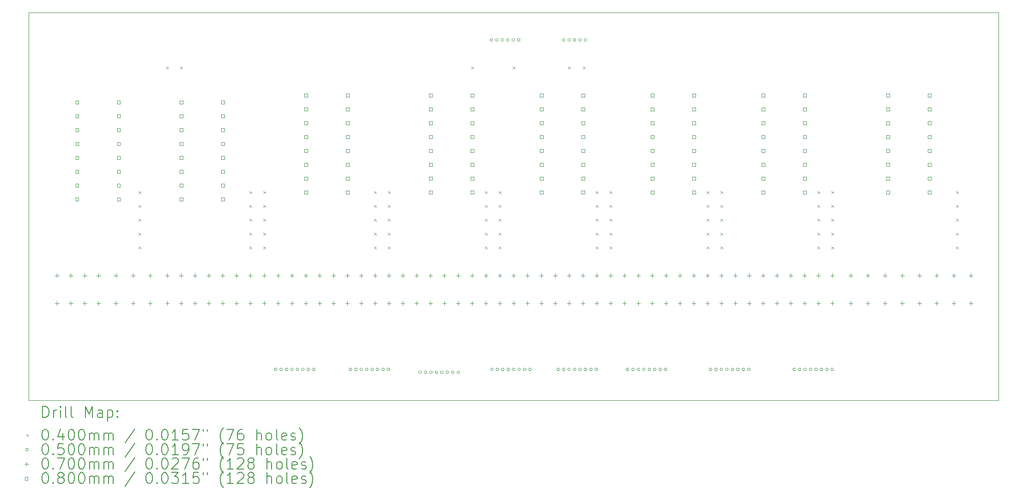
<source format=gbr>
%TF.GenerationSoftware,KiCad,Pcbnew,7.0.9*%
%TF.CreationDate,2023-12-08T11:51:29+05:30*%
%TF.ProjectId,Led_Cube_BaseControler,4c65645f-4375-4626-955f-42617365436f,rev?*%
%TF.SameCoordinates,Original*%
%TF.FileFunction,Drillmap*%
%TF.FilePolarity,Positive*%
%FSLAX45Y45*%
G04 Gerber Fmt 4.5, Leading zero omitted, Abs format (unit mm)*
G04 Created by KiCad (PCBNEW 7.0.9) date 2023-12-08 11:51:29*
%MOMM*%
%LPD*%
G01*
G04 APERTURE LIST*
%ADD10C,0.100000*%
%ADD11C,0.200000*%
G04 APERTURE END LIST*
D10*
X1524000Y-1270000D02*
X19304000Y-1270000D01*
X19304000Y-8382000D01*
X1524000Y-8382000D01*
X1524000Y-1270000D01*
D11*
D10*
X3536000Y-4552000D02*
X3576000Y-4592000D01*
X3576000Y-4552000D02*
X3536000Y-4592000D01*
X3536000Y-4806000D02*
X3576000Y-4846000D01*
X3576000Y-4806000D02*
X3536000Y-4846000D01*
X3536000Y-5060000D02*
X3576000Y-5100000D01*
X3576000Y-5060000D02*
X3536000Y-5100000D01*
X3536000Y-5314000D02*
X3576000Y-5354000D01*
X3576000Y-5314000D02*
X3536000Y-5354000D01*
X3536000Y-5568000D02*
X3576000Y-5608000D01*
X3576000Y-5568000D02*
X3536000Y-5608000D01*
X4044000Y-2266000D02*
X4084000Y-2306000D01*
X4084000Y-2266000D02*
X4044000Y-2306000D01*
X4298000Y-2266000D02*
X4338000Y-2306000D01*
X4338000Y-2266000D02*
X4298000Y-2306000D01*
X5568000Y-4552000D02*
X5608000Y-4592000D01*
X5608000Y-4552000D02*
X5568000Y-4592000D01*
X5568000Y-4806000D02*
X5608000Y-4846000D01*
X5608000Y-4806000D02*
X5568000Y-4846000D01*
X5568000Y-5060000D02*
X5608000Y-5100000D01*
X5608000Y-5060000D02*
X5568000Y-5100000D01*
X5568000Y-5314000D02*
X5608000Y-5354000D01*
X5608000Y-5314000D02*
X5568000Y-5354000D01*
X5568000Y-5568000D02*
X5608000Y-5608000D01*
X5608000Y-5568000D02*
X5568000Y-5608000D01*
X5822000Y-4552000D02*
X5862000Y-4592000D01*
X5862000Y-4552000D02*
X5822000Y-4592000D01*
X5822000Y-4806000D02*
X5862000Y-4846000D01*
X5862000Y-4806000D02*
X5822000Y-4846000D01*
X5822000Y-5060000D02*
X5862000Y-5100000D01*
X5862000Y-5060000D02*
X5822000Y-5100000D01*
X5822000Y-5314000D02*
X5862000Y-5354000D01*
X5862000Y-5314000D02*
X5822000Y-5354000D01*
X5822000Y-5568000D02*
X5862000Y-5608000D01*
X5862000Y-5568000D02*
X5822000Y-5608000D01*
X7854000Y-4552000D02*
X7894000Y-4592000D01*
X7894000Y-4552000D02*
X7854000Y-4592000D01*
X7854000Y-4806000D02*
X7894000Y-4846000D01*
X7894000Y-4806000D02*
X7854000Y-4846000D01*
X7854000Y-5060000D02*
X7894000Y-5100000D01*
X7894000Y-5060000D02*
X7854000Y-5100000D01*
X7854000Y-5314000D02*
X7894000Y-5354000D01*
X7894000Y-5314000D02*
X7854000Y-5354000D01*
X7854000Y-5568000D02*
X7894000Y-5608000D01*
X7894000Y-5568000D02*
X7854000Y-5608000D01*
X8108000Y-4552000D02*
X8148000Y-4592000D01*
X8148000Y-4552000D02*
X8108000Y-4592000D01*
X8108000Y-4806000D02*
X8148000Y-4846000D01*
X8148000Y-4806000D02*
X8108000Y-4846000D01*
X8108000Y-5060000D02*
X8148000Y-5100000D01*
X8148000Y-5060000D02*
X8108000Y-5100000D01*
X8108000Y-5314000D02*
X8148000Y-5354000D01*
X8148000Y-5314000D02*
X8108000Y-5354000D01*
X8108000Y-5568000D02*
X8148000Y-5608000D01*
X8148000Y-5568000D02*
X8108000Y-5608000D01*
X9632000Y-2266000D02*
X9672000Y-2306000D01*
X9672000Y-2266000D02*
X9632000Y-2306000D01*
X9886000Y-4552000D02*
X9926000Y-4592000D01*
X9926000Y-4552000D02*
X9886000Y-4592000D01*
X9886000Y-4806000D02*
X9926000Y-4846000D01*
X9926000Y-4806000D02*
X9886000Y-4846000D01*
X9886000Y-5060000D02*
X9926000Y-5100000D01*
X9926000Y-5060000D02*
X9886000Y-5100000D01*
X9886000Y-5314000D02*
X9926000Y-5354000D01*
X9926000Y-5314000D02*
X9886000Y-5354000D01*
X9886000Y-5568000D02*
X9926000Y-5608000D01*
X9926000Y-5568000D02*
X9886000Y-5608000D01*
X10140000Y-4552000D02*
X10180000Y-4592000D01*
X10180000Y-4552000D02*
X10140000Y-4592000D01*
X10140000Y-4806000D02*
X10180000Y-4846000D01*
X10180000Y-4806000D02*
X10140000Y-4846000D01*
X10140000Y-5060000D02*
X10180000Y-5100000D01*
X10180000Y-5060000D02*
X10140000Y-5100000D01*
X10140000Y-5314000D02*
X10180000Y-5354000D01*
X10180000Y-5314000D02*
X10140000Y-5354000D01*
X10140000Y-5568000D02*
X10180000Y-5608000D01*
X10180000Y-5568000D02*
X10140000Y-5608000D01*
X10394000Y-2266000D02*
X10434000Y-2306000D01*
X10434000Y-2266000D02*
X10394000Y-2306000D01*
X11410000Y-2266000D02*
X11450000Y-2306000D01*
X11450000Y-2266000D02*
X11410000Y-2306000D01*
X11682450Y-2266000D02*
X11722450Y-2306000D01*
X11722450Y-2266000D02*
X11682450Y-2306000D01*
X11918000Y-4552000D02*
X11958000Y-4592000D01*
X11958000Y-4552000D02*
X11918000Y-4592000D01*
X11918000Y-4806000D02*
X11958000Y-4846000D01*
X11958000Y-4806000D02*
X11918000Y-4846000D01*
X11918000Y-5060000D02*
X11958000Y-5100000D01*
X11958000Y-5060000D02*
X11918000Y-5100000D01*
X11918000Y-5314000D02*
X11958000Y-5354000D01*
X11958000Y-5314000D02*
X11918000Y-5354000D01*
X11918000Y-5568000D02*
X11958000Y-5608000D01*
X11958000Y-5568000D02*
X11918000Y-5608000D01*
X12172000Y-4552000D02*
X12212000Y-4592000D01*
X12212000Y-4552000D02*
X12172000Y-4592000D01*
X12172000Y-4806000D02*
X12212000Y-4846000D01*
X12212000Y-4806000D02*
X12172000Y-4846000D01*
X12172000Y-5060000D02*
X12212000Y-5100000D01*
X12212000Y-5060000D02*
X12172000Y-5100000D01*
X12172000Y-5314000D02*
X12212000Y-5354000D01*
X12212000Y-5314000D02*
X12172000Y-5354000D01*
X12172000Y-5568000D02*
X12212000Y-5608000D01*
X12212000Y-5568000D02*
X12172000Y-5608000D01*
X13950000Y-4552000D02*
X13990000Y-4592000D01*
X13990000Y-4552000D02*
X13950000Y-4592000D01*
X13950000Y-4806000D02*
X13990000Y-4846000D01*
X13990000Y-4806000D02*
X13950000Y-4846000D01*
X13950000Y-5060000D02*
X13990000Y-5100000D01*
X13990000Y-5060000D02*
X13950000Y-5100000D01*
X13950000Y-5314000D02*
X13990000Y-5354000D01*
X13990000Y-5314000D02*
X13950000Y-5354000D01*
X13950000Y-5568000D02*
X13990000Y-5608000D01*
X13990000Y-5568000D02*
X13950000Y-5608000D01*
X14204000Y-4552000D02*
X14244000Y-4592000D01*
X14244000Y-4552000D02*
X14204000Y-4592000D01*
X14204000Y-4806000D02*
X14244000Y-4846000D01*
X14244000Y-4806000D02*
X14204000Y-4846000D01*
X14204000Y-5060000D02*
X14244000Y-5100000D01*
X14244000Y-5060000D02*
X14204000Y-5100000D01*
X14204000Y-5314000D02*
X14244000Y-5354000D01*
X14244000Y-5314000D02*
X14204000Y-5354000D01*
X14204000Y-5568000D02*
X14244000Y-5608000D01*
X14244000Y-5568000D02*
X14204000Y-5608000D01*
X15982000Y-4552000D02*
X16022000Y-4592000D01*
X16022000Y-4552000D02*
X15982000Y-4592000D01*
X15982000Y-4806000D02*
X16022000Y-4846000D01*
X16022000Y-4806000D02*
X15982000Y-4846000D01*
X15982000Y-5060000D02*
X16022000Y-5100000D01*
X16022000Y-5060000D02*
X15982000Y-5100000D01*
X15982000Y-5314000D02*
X16022000Y-5354000D01*
X16022000Y-5314000D02*
X15982000Y-5354000D01*
X15982000Y-5568000D02*
X16022000Y-5608000D01*
X16022000Y-5568000D02*
X15982000Y-5608000D01*
X16236000Y-4552000D02*
X16276000Y-4592000D01*
X16276000Y-4552000D02*
X16236000Y-4592000D01*
X16236000Y-4806000D02*
X16276000Y-4846000D01*
X16276000Y-4806000D02*
X16236000Y-4846000D01*
X16236000Y-5060000D02*
X16276000Y-5100000D01*
X16276000Y-5060000D02*
X16236000Y-5100000D01*
X16236000Y-5314000D02*
X16276000Y-5354000D01*
X16276000Y-5314000D02*
X16236000Y-5354000D01*
X16236000Y-5568000D02*
X16276000Y-5608000D01*
X16276000Y-5568000D02*
X16236000Y-5608000D01*
X18522000Y-4552000D02*
X18562000Y-4592000D01*
X18562000Y-4552000D02*
X18522000Y-4592000D01*
X18522000Y-4806000D02*
X18562000Y-4846000D01*
X18562000Y-4806000D02*
X18522000Y-4846000D01*
X18522000Y-5060000D02*
X18562000Y-5100000D01*
X18562000Y-5060000D02*
X18522000Y-5100000D01*
X18522000Y-5314000D02*
X18562000Y-5354000D01*
X18562000Y-5314000D02*
X18522000Y-5354000D01*
X18522000Y-5568000D02*
X18562000Y-5608000D01*
X18562000Y-5568000D02*
X18522000Y-5608000D01*
X6075000Y-7820000D02*
G75*
G03*
X6075000Y-7820000I-25000J0D01*
G01*
X6175000Y-7820000D02*
G75*
G03*
X6175000Y-7820000I-25000J0D01*
G01*
X6275000Y-7820000D02*
G75*
G03*
X6275000Y-7820000I-25000J0D01*
G01*
X6375000Y-7820000D02*
G75*
G03*
X6375000Y-7820000I-25000J0D01*
G01*
X6475000Y-7820000D02*
G75*
G03*
X6475000Y-7820000I-25000J0D01*
G01*
X6575000Y-7820000D02*
G75*
G03*
X6575000Y-7820000I-25000J0D01*
G01*
X6675000Y-7820000D02*
G75*
G03*
X6675000Y-7820000I-25000J0D01*
G01*
X6775000Y-7820000D02*
G75*
G03*
X6775000Y-7820000I-25000J0D01*
G01*
X7445000Y-7820000D02*
G75*
G03*
X7445000Y-7820000I-25000J0D01*
G01*
X7545000Y-7820000D02*
G75*
G03*
X7545000Y-7820000I-25000J0D01*
G01*
X7645000Y-7820000D02*
G75*
G03*
X7645000Y-7820000I-25000J0D01*
G01*
X7745000Y-7820000D02*
G75*
G03*
X7745000Y-7820000I-25000J0D01*
G01*
X7845000Y-7820000D02*
G75*
G03*
X7845000Y-7820000I-25000J0D01*
G01*
X7945000Y-7820000D02*
G75*
G03*
X7945000Y-7820000I-25000J0D01*
G01*
X8045000Y-7820000D02*
G75*
G03*
X8045000Y-7820000I-25000J0D01*
G01*
X8145000Y-7820000D02*
G75*
G03*
X8145000Y-7820000I-25000J0D01*
G01*
X8723000Y-7874000D02*
G75*
G03*
X8723000Y-7874000I-25000J0D01*
G01*
X8823000Y-7874000D02*
G75*
G03*
X8823000Y-7874000I-25000J0D01*
G01*
X8923000Y-7874000D02*
G75*
G03*
X8923000Y-7874000I-25000J0D01*
G01*
X9023000Y-7874000D02*
G75*
G03*
X9023000Y-7874000I-25000J0D01*
G01*
X9123000Y-7874000D02*
G75*
G03*
X9123000Y-7874000I-25000J0D01*
G01*
X9223000Y-7874000D02*
G75*
G03*
X9223000Y-7874000I-25000J0D01*
G01*
X9323000Y-7874000D02*
G75*
G03*
X9323000Y-7874000I-25000J0D01*
G01*
X9423000Y-7874000D02*
G75*
G03*
X9423000Y-7874000I-25000J0D01*
G01*
X10031000Y-1778000D02*
G75*
G03*
X10031000Y-1778000I-25000J0D01*
G01*
X10039000Y-7820000D02*
G75*
G03*
X10039000Y-7820000I-25000J0D01*
G01*
X10131000Y-1778000D02*
G75*
G03*
X10131000Y-1778000I-25000J0D01*
G01*
X10139000Y-7820000D02*
G75*
G03*
X10139000Y-7820000I-25000J0D01*
G01*
X10231000Y-1778000D02*
G75*
G03*
X10231000Y-1778000I-25000J0D01*
G01*
X10239000Y-7820000D02*
G75*
G03*
X10239000Y-7820000I-25000J0D01*
G01*
X10331000Y-1778000D02*
G75*
G03*
X10331000Y-1778000I-25000J0D01*
G01*
X10339000Y-7820000D02*
G75*
G03*
X10339000Y-7820000I-25000J0D01*
G01*
X10431000Y-1778000D02*
G75*
G03*
X10431000Y-1778000I-25000J0D01*
G01*
X10439000Y-7820000D02*
G75*
G03*
X10439000Y-7820000I-25000J0D01*
G01*
X10531000Y-1778000D02*
G75*
G03*
X10531000Y-1778000I-25000J0D01*
G01*
X10539000Y-7820000D02*
G75*
G03*
X10539000Y-7820000I-25000J0D01*
G01*
X10639000Y-7820000D02*
G75*
G03*
X10639000Y-7820000I-25000J0D01*
G01*
X10739000Y-7820000D02*
G75*
G03*
X10739000Y-7820000I-25000J0D01*
G01*
X11255000Y-7820000D02*
G75*
G03*
X11255000Y-7820000I-25000J0D01*
G01*
X11355000Y-1778000D02*
G75*
G03*
X11355000Y-1778000I-25000J0D01*
G01*
X11355000Y-7820000D02*
G75*
G03*
X11355000Y-7820000I-25000J0D01*
G01*
X11455000Y-1778000D02*
G75*
G03*
X11455000Y-1778000I-25000J0D01*
G01*
X11455000Y-7820000D02*
G75*
G03*
X11455000Y-7820000I-25000J0D01*
G01*
X11555000Y-1778000D02*
G75*
G03*
X11555000Y-1778000I-25000J0D01*
G01*
X11555000Y-7820000D02*
G75*
G03*
X11555000Y-7820000I-25000J0D01*
G01*
X11655000Y-1778000D02*
G75*
G03*
X11655000Y-1778000I-25000J0D01*
G01*
X11655000Y-7820000D02*
G75*
G03*
X11655000Y-7820000I-25000J0D01*
G01*
X11755000Y-1778000D02*
G75*
G03*
X11755000Y-1778000I-25000J0D01*
G01*
X11755000Y-7820000D02*
G75*
G03*
X11755000Y-7820000I-25000J0D01*
G01*
X11855000Y-7820000D02*
G75*
G03*
X11855000Y-7820000I-25000J0D01*
G01*
X11955000Y-7820000D02*
G75*
G03*
X11955000Y-7820000I-25000J0D01*
G01*
X12525000Y-7820000D02*
G75*
G03*
X12525000Y-7820000I-25000J0D01*
G01*
X12625000Y-7820000D02*
G75*
G03*
X12625000Y-7820000I-25000J0D01*
G01*
X12725000Y-7820000D02*
G75*
G03*
X12725000Y-7820000I-25000J0D01*
G01*
X12825000Y-7820000D02*
G75*
G03*
X12825000Y-7820000I-25000J0D01*
G01*
X12925000Y-7820000D02*
G75*
G03*
X12925000Y-7820000I-25000J0D01*
G01*
X13025000Y-7820000D02*
G75*
G03*
X13025000Y-7820000I-25000J0D01*
G01*
X13125000Y-7820000D02*
G75*
G03*
X13125000Y-7820000I-25000J0D01*
G01*
X13225000Y-7820000D02*
G75*
G03*
X13225000Y-7820000I-25000J0D01*
G01*
X14049000Y-7820000D02*
G75*
G03*
X14049000Y-7820000I-25000J0D01*
G01*
X14149000Y-7820000D02*
G75*
G03*
X14149000Y-7820000I-25000J0D01*
G01*
X14249000Y-7820000D02*
G75*
G03*
X14249000Y-7820000I-25000J0D01*
G01*
X14349000Y-7820000D02*
G75*
G03*
X14349000Y-7820000I-25000J0D01*
G01*
X14449000Y-7820000D02*
G75*
G03*
X14449000Y-7820000I-25000J0D01*
G01*
X14549000Y-7820000D02*
G75*
G03*
X14549000Y-7820000I-25000J0D01*
G01*
X14649000Y-7820000D02*
G75*
G03*
X14649000Y-7820000I-25000J0D01*
G01*
X14749000Y-7820000D02*
G75*
G03*
X14749000Y-7820000I-25000J0D01*
G01*
X15581000Y-7820000D02*
G75*
G03*
X15581000Y-7820000I-25000J0D01*
G01*
X15681000Y-7820000D02*
G75*
G03*
X15681000Y-7820000I-25000J0D01*
G01*
X15781000Y-7820000D02*
G75*
G03*
X15781000Y-7820000I-25000J0D01*
G01*
X15881000Y-7820000D02*
G75*
G03*
X15881000Y-7820000I-25000J0D01*
G01*
X15981000Y-7820000D02*
G75*
G03*
X15981000Y-7820000I-25000J0D01*
G01*
X16081000Y-7820000D02*
G75*
G03*
X16081000Y-7820000I-25000J0D01*
G01*
X16181000Y-7820000D02*
G75*
G03*
X16181000Y-7820000I-25000J0D01*
G01*
X16281000Y-7820000D02*
G75*
G03*
X16281000Y-7820000I-25000J0D01*
G01*
X2042000Y-6061000D02*
X2042000Y-6131000D01*
X2007000Y-6096000D02*
X2077000Y-6096000D01*
X2042000Y-6569000D02*
X2042000Y-6639000D01*
X2007000Y-6604000D02*
X2077000Y-6604000D01*
X2296000Y-6061000D02*
X2296000Y-6131000D01*
X2261000Y-6096000D02*
X2331000Y-6096000D01*
X2296000Y-6569000D02*
X2296000Y-6639000D01*
X2261000Y-6604000D02*
X2331000Y-6604000D01*
X2550000Y-6061000D02*
X2550000Y-6131000D01*
X2515000Y-6096000D02*
X2585000Y-6096000D01*
X2550000Y-6569000D02*
X2550000Y-6639000D01*
X2515000Y-6604000D02*
X2585000Y-6604000D01*
X2804000Y-6061000D02*
X2804000Y-6131000D01*
X2769000Y-6096000D02*
X2839000Y-6096000D01*
X2804000Y-6569000D02*
X2804000Y-6639000D01*
X2769000Y-6604000D02*
X2839000Y-6604000D01*
X3119000Y-6061000D02*
X3119000Y-6131000D01*
X3084000Y-6096000D02*
X3154000Y-6096000D01*
X3119000Y-6569000D02*
X3119000Y-6639000D01*
X3084000Y-6604000D02*
X3154000Y-6604000D01*
X3434000Y-6061000D02*
X3434000Y-6131000D01*
X3399000Y-6096000D02*
X3469000Y-6096000D01*
X3434000Y-6569000D02*
X3434000Y-6639000D01*
X3399000Y-6604000D02*
X3469000Y-6604000D01*
X3749000Y-6061000D02*
X3749000Y-6131000D01*
X3714000Y-6096000D02*
X3784000Y-6096000D01*
X3749000Y-6569000D02*
X3749000Y-6639000D01*
X3714000Y-6604000D02*
X3784000Y-6604000D01*
X4064000Y-6061000D02*
X4064000Y-6131000D01*
X4029000Y-6096000D02*
X4099000Y-6096000D01*
X4064000Y-6569000D02*
X4064000Y-6639000D01*
X4029000Y-6604000D02*
X4099000Y-6604000D01*
X4318000Y-6061000D02*
X4318000Y-6131000D01*
X4283000Y-6096000D02*
X4353000Y-6096000D01*
X4318000Y-6569000D02*
X4318000Y-6639000D01*
X4283000Y-6604000D02*
X4353000Y-6604000D01*
X4572000Y-6061000D02*
X4572000Y-6131000D01*
X4537000Y-6096000D02*
X4607000Y-6096000D01*
X4572000Y-6569000D02*
X4572000Y-6639000D01*
X4537000Y-6604000D02*
X4607000Y-6604000D01*
X4826000Y-6061000D02*
X4826000Y-6131000D01*
X4791000Y-6096000D02*
X4861000Y-6096000D01*
X4826000Y-6569000D02*
X4826000Y-6639000D01*
X4791000Y-6604000D02*
X4861000Y-6604000D01*
X5080000Y-6061000D02*
X5080000Y-6131000D01*
X5045000Y-6096000D02*
X5115000Y-6096000D01*
X5080000Y-6569000D02*
X5080000Y-6639000D01*
X5045000Y-6604000D02*
X5115000Y-6604000D01*
X5334000Y-6061000D02*
X5334000Y-6131000D01*
X5299000Y-6096000D02*
X5369000Y-6096000D01*
X5334000Y-6569000D02*
X5334000Y-6639000D01*
X5299000Y-6604000D02*
X5369000Y-6604000D01*
X5588000Y-6061000D02*
X5588000Y-6131000D01*
X5553000Y-6096000D02*
X5623000Y-6096000D01*
X5588000Y-6569000D02*
X5588000Y-6639000D01*
X5553000Y-6604000D02*
X5623000Y-6604000D01*
X5842000Y-6061000D02*
X5842000Y-6131000D01*
X5807000Y-6096000D02*
X5877000Y-6096000D01*
X5842000Y-6569000D02*
X5842000Y-6639000D01*
X5807000Y-6604000D02*
X5877000Y-6604000D01*
X6096000Y-6061000D02*
X6096000Y-6131000D01*
X6061000Y-6096000D02*
X6131000Y-6096000D01*
X6096000Y-6569000D02*
X6096000Y-6639000D01*
X6061000Y-6604000D02*
X6131000Y-6604000D01*
X6350000Y-6061000D02*
X6350000Y-6131000D01*
X6315000Y-6096000D02*
X6385000Y-6096000D01*
X6350000Y-6569000D02*
X6350000Y-6639000D01*
X6315000Y-6604000D02*
X6385000Y-6604000D01*
X6604000Y-6061000D02*
X6604000Y-6131000D01*
X6569000Y-6096000D02*
X6639000Y-6096000D01*
X6604000Y-6569000D02*
X6604000Y-6639000D01*
X6569000Y-6604000D02*
X6639000Y-6604000D01*
X6858000Y-6061000D02*
X6858000Y-6131000D01*
X6823000Y-6096000D02*
X6893000Y-6096000D01*
X6858000Y-6569000D02*
X6858000Y-6639000D01*
X6823000Y-6604000D02*
X6893000Y-6604000D01*
X7112000Y-6061000D02*
X7112000Y-6131000D01*
X7077000Y-6096000D02*
X7147000Y-6096000D01*
X7112000Y-6569000D02*
X7112000Y-6639000D01*
X7077000Y-6604000D02*
X7147000Y-6604000D01*
X7366000Y-6061000D02*
X7366000Y-6131000D01*
X7331000Y-6096000D02*
X7401000Y-6096000D01*
X7366000Y-6569000D02*
X7366000Y-6639000D01*
X7331000Y-6604000D02*
X7401000Y-6604000D01*
X7620000Y-6061000D02*
X7620000Y-6131000D01*
X7585000Y-6096000D02*
X7655000Y-6096000D01*
X7620000Y-6569000D02*
X7620000Y-6639000D01*
X7585000Y-6604000D02*
X7655000Y-6604000D01*
X7874000Y-6061000D02*
X7874000Y-6131000D01*
X7839000Y-6096000D02*
X7909000Y-6096000D01*
X7874000Y-6569000D02*
X7874000Y-6639000D01*
X7839000Y-6604000D02*
X7909000Y-6604000D01*
X8128000Y-6061000D02*
X8128000Y-6131000D01*
X8093000Y-6096000D02*
X8163000Y-6096000D01*
X8128000Y-6569000D02*
X8128000Y-6639000D01*
X8093000Y-6604000D02*
X8163000Y-6604000D01*
X8382000Y-6061000D02*
X8382000Y-6131000D01*
X8347000Y-6096000D02*
X8417000Y-6096000D01*
X8382000Y-6569000D02*
X8382000Y-6639000D01*
X8347000Y-6604000D02*
X8417000Y-6604000D01*
X8636000Y-6061000D02*
X8636000Y-6131000D01*
X8601000Y-6096000D02*
X8671000Y-6096000D01*
X8636000Y-6569000D02*
X8636000Y-6639000D01*
X8601000Y-6604000D02*
X8671000Y-6604000D01*
X8890000Y-6061000D02*
X8890000Y-6131000D01*
X8855000Y-6096000D02*
X8925000Y-6096000D01*
X8890000Y-6569000D02*
X8890000Y-6639000D01*
X8855000Y-6604000D02*
X8925000Y-6604000D01*
X9144000Y-6061000D02*
X9144000Y-6131000D01*
X9109000Y-6096000D02*
X9179000Y-6096000D01*
X9144000Y-6569000D02*
X9144000Y-6639000D01*
X9109000Y-6604000D02*
X9179000Y-6604000D01*
X9398000Y-6061000D02*
X9398000Y-6131000D01*
X9363000Y-6096000D02*
X9433000Y-6096000D01*
X9398000Y-6569000D02*
X9398000Y-6639000D01*
X9363000Y-6604000D02*
X9433000Y-6604000D01*
X9652000Y-6061000D02*
X9652000Y-6131000D01*
X9617000Y-6096000D02*
X9687000Y-6096000D01*
X9652000Y-6569000D02*
X9652000Y-6639000D01*
X9617000Y-6604000D02*
X9687000Y-6604000D01*
X9906000Y-6061000D02*
X9906000Y-6131000D01*
X9871000Y-6096000D02*
X9941000Y-6096000D01*
X9906000Y-6569000D02*
X9906000Y-6639000D01*
X9871000Y-6604000D02*
X9941000Y-6604000D01*
X10160000Y-6061000D02*
X10160000Y-6131000D01*
X10125000Y-6096000D02*
X10195000Y-6096000D01*
X10160000Y-6569000D02*
X10160000Y-6639000D01*
X10125000Y-6604000D02*
X10195000Y-6604000D01*
X10414000Y-6061000D02*
X10414000Y-6131000D01*
X10379000Y-6096000D02*
X10449000Y-6096000D01*
X10414000Y-6569000D02*
X10414000Y-6639000D01*
X10379000Y-6604000D02*
X10449000Y-6604000D01*
X10668000Y-6061000D02*
X10668000Y-6131000D01*
X10633000Y-6096000D02*
X10703000Y-6096000D01*
X10668000Y-6569000D02*
X10668000Y-6639000D01*
X10633000Y-6604000D02*
X10703000Y-6604000D01*
X10922000Y-6061000D02*
X10922000Y-6131000D01*
X10887000Y-6096000D02*
X10957000Y-6096000D01*
X10922000Y-6569000D02*
X10922000Y-6639000D01*
X10887000Y-6604000D02*
X10957000Y-6604000D01*
X11176000Y-6061000D02*
X11176000Y-6131000D01*
X11141000Y-6096000D02*
X11211000Y-6096000D01*
X11176000Y-6569000D02*
X11176000Y-6639000D01*
X11141000Y-6604000D02*
X11211000Y-6604000D01*
X11430000Y-6061000D02*
X11430000Y-6131000D01*
X11395000Y-6096000D02*
X11465000Y-6096000D01*
X11430000Y-6569000D02*
X11430000Y-6639000D01*
X11395000Y-6604000D02*
X11465000Y-6604000D01*
X11684000Y-6061000D02*
X11684000Y-6131000D01*
X11649000Y-6096000D02*
X11719000Y-6096000D01*
X11684000Y-6569000D02*
X11684000Y-6639000D01*
X11649000Y-6604000D02*
X11719000Y-6604000D01*
X11938000Y-6061000D02*
X11938000Y-6131000D01*
X11903000Y-6096000D02*
X11973000Y-6096000D01*
X11938000Y-6569000D02*
X11938000Y-6639000D01*
X11903000Y-6604000D02*
X11973000Y-6604000D01*
X12192000Y-6061000D02*
X12192000Y-6131000D01*
X12157000Y-6096000D02*
X12227000Y-6096000D01*
X12192000Y-6569000D02*
X12192000Y-6639000D01*
X12157000Y-6604000D02*
X12227000Y-6604000D01*
X12446000Y-6061000D02*
X12446000Y-6131000D01*
X12411000Y-6096000D02*
X12481000Y-6096000D01*
X12446000Y-6569000D02*
X12446000Y-6639000D01*
X12411000Y-6604000D02*
X12481000Y-6604000D01*
X12700000Y-6061000D02*
X12700000Y-6131000D01*
X12665000Y-6096000D02*
X12735000Y-6096000D01*
X12700000Y-6569000D02*
X12700000Y-6639000D01*
X12665000Y-6604000D02*
X12735000Y-6604000D01*
X12954000Y-6061000D02*
X12954000Y-6131000D01*
X12919000Y-6096000D02*
X12989000Y-6096000D01*
X12954000Y-6569000D02*
X12954000Y-6639000D01*
X12919000Y-6604000D02*
X12989000Y-6604000D01*
X13208000Y-6061000D02*
X13208000Y-6131000D01*
X13173000Y-6096000D02*
X13243000Y-6096000D01*
X13208000Y-6569000D02*
X13208000Y-6639000D01*
X13173000Y-6604000D02*
X13243000Y-6604000D01*
X13462000Y-6061000D02*
X13462000Y-6131000D01*
X13427000Y-6096000D02*
X13497000Y-6096000D01*
X13462000Y-6569000D02*
X13462000Y-6639000D01*
X13427000Y-6604000D02*
X13497000Y-6604000D01*
X13716000Y-6061000D02*
X13716000Y-6131000D01*
X13681000Y-6096000D02*
X13751000Y-6096000D01*
X13716000Y-6569000D02*
X13716000Y-6639000D01*
X13681000Y-6604000D02*
X13751000Y-6604000D01*
X13970000Y-6061000D02*
X13970000Y-6131000D01*
X13935000Y-6096000D02*
X14005000Y-6096000D01*
X13970000Y-6569000D02*
X13970000Y-6639000D01*
X13935000Y-6604000D02*
X14005000Y-6604000D01*
X14224000Y-6061000D02*
X14224000Y-6131000D01*
X14189000Y-6096000D02*
X14259000Y-6096000D01*
X14224000Y-6569000D02*
X14224000Y-6639000D01*
X14189000Y-6604000D02*
X14259000Y-6604000D01*
X14478000Y-6061000D02*
X14478000Y-6131000D01*
X14443000Y-6096000D02*
X14513000Y-6096000D01*
X14478000Y-6569000D02*
X14478000Y-6639000D01*
X14443000Y-6604000D02*
X14513000Y-6604000D01*
X14732000Y-6061000D02*
X14732000Y-6131000D01*
X14697000Y-6096000D02*
X14767000Y-6096000D01*
X14732000Y-6569000D02*
X14732000Y-6639000D01*
X14697000Y-6604000D02*
X14767000Y-6604000D01*
X14986000Y-6061000D02*
X14986000Y-6131000D01*
X14951000Y-6096000D02*
X15021000Y-6096000D01*
X14986000Y-6569000D02*
X14986000Y-6639000D01*
X14951000Y-6604000D02*
X15021000Y-6604000D01*
X15240000Y-6061000D02*
X15240000Y-6131000D01*
X15205000Y-6096000D02*
X15275000Y-6096000D01*
X15240000Y-6569000D02*
X15240000Y-6639000D01*
X15205000Y-6604000D02*
X15275000Y-6604000D01*
X15494000Y-6061000D02*
X15494000Y-6131000D01*
X15459000Y-6096000D02*
X15529000Y-6096000D01*
X15494000Y-6569000D02*
X15494000Y-6639000D01*
X15459000Y-6604000D02*
X15529000Y-6604000D01*
X15748000Y-6061000D02*
X15748000Y-6131000D01*
X15713000Y-6096000D02*
X15783000Y-6096000D01*
X15748000Y-6569000D02*
X15748000Y-6639000D01*
X15713000Y-6604000D02*
X15783000Y-6604000D01*
X16002000Y-6061000D02*
X16002000Y-6131000D01*
X15967000Y-6096000D02*
X16037000Y-6096000D01*
X16002000Y-6569000D02*
X16002000Y-6639000D01*
X15967000Y-6604000D02*
X16037000Y-6604000D01*
X16256000Y-6061000D02*
X16256000Y-6131000D01*
X16221000Y-6096000D02*
X16291000Y-6096000D01*
X16256000Y-6569000D02*
X16256000Y-6639000D01*
X16221000Y-6604000D02*
X16291000Y-6604000D01*
X16591000Y-6061000D02*
X16591000Y-6131000D01*
X16556000Y-6096000D02*
X16626000Y-6096000D01*
X16591000Y-6569000D02*
X16591000Y-6639000D01*
X16556000Y-6604000D02*
X16626000Y-6604000D01*
X16906000Y-6061000D02*
X16906000Y-6131000D01*
X16871000Y-6096000D02*
X16941000Y-6096000D01*
X16906000Y-6569000D02*
X16906000Y-6639000D01*
X16871000Y-6604000D02*
X16941000Y-6604000D01*
X17221000Y-6061000D02*
X17221000Y-6131000D01*
X17186000Y-6096000D02*
X17256000Y-6096000D01*
X17221000Y-6569000D02*
X17221000Y-6639000D01*
X17186000Y-6604000D02*
X17256000Y-6604000D01*
X17536000Y-6061000D02*
X17536000Y-6131000D01*
X17501000Y-6096000D02*
X17571000Y-6096000D01*
X17536000Y-6569000D02*
X17536000Y-6639000D01*
X17501000Y-6604000D02*
X17571000Y-6604000D01*
X17851000Y-6061000D02*
X17851000Y-6131000D01*
X17816000Y-6096000D02*
X17886000Y-6096000D01*
X17851000Y-6569000D02*
X17851000Y-6639000D01*
X17816000Y-6604000D02*
X17886000Y-6604000D01*
X18166000Y-6061000D02*
X18166000Y-6131000D01*
X18131000Y-6096000D02*
X18201000Y-6096000D01*
X18166000Y-6569000D02*
X18166000Y-6639000D01*
X18131000Y-6604000D02*
X18201000Y-6604000D01*
X18481000Y-6061000D02*
X18481000Y-6131000D01*
X18446000Y-6096000D02*
X18516000Y-6096000D01*
X18481000Y-6569000D02*
X18481000Y-6639000D01*
X18446000Y-6604000D02*
X18516000Y-6604000D01*
X18796000Y-6061000D02*
X18796000Y-6131000D01*
X18761000Y-6096000D02*
X18831000Y-6096000D01*
X18796000Y-6569000D02*
X18796000Y-6639000D01*
X18761000Y-6604000D02*
X18831000Y-6604000D01*
X2439785Y-2950784D02*
X2439785Y-2894215D01*
X2383216Y-2894215D01*
X2383216Y-2950784D01*
X2439785Y-2950784D01*
X2439785Y-3204784D02*
X2439785Y-3148215D01*
X2383216Y-3148215D01*
X2383216Y-3204784D01*
X2439785Y-3204784D01*
X2439785Y-3458784D02*
X2439785Y-3402215D01*
X2383216Y-3402215D01*
X2383216Y-3458784D01*
X2439785Y-3458784D01*
X2439785Y-3712784D02*
X2439785Y-3656215D01*
X2383216Y-3656215D01*
X2383216Y-3712784D01*
X2439785Y-3712784D01*
X2439785Y-3966784D02*
X2439785Y-3910215D01*
X2383216Y-3910215D01*
X2383216Y-3966784D01*
X2439785Y-3966784D01*
X2439785Y-4220785D02*
X2439785Y-4164215D01*
X2383216Y-4164215D01*
X2383216Y-4220785D01*
X2439785Y-4220785D01*
X2439785Y-4474785D02*
X2439785Y-4418216D01*
X2383216Y-4418216D01*
X2383216Y-4474785D01*
X2439785Y-4474785D01*
X2439785Y-4728785D02*
X2439785Y-4672216D01*
X2383216Y-4672216D01*
X2383216Y-4728785D01*
X2439785Y-4728785D01*
X3201784Y-2950784D02*
X3201784Y-2894215D01*
X3145215Y-2894215D01*
X3145215Y-2950784D01*
X3201784Y-2950784D01*
X3201784Y-3204784D02*
X3201784Y-3148215D01*
X3145215Y-3148215D01*
X3145215Y-3204784D01*
X3201784Y-3204784D01*
X3201784Y-3458784D02*
X3201784Y-3402215D01*
X3145215Y-3402215D01*
X3145215Y-3458784D01*
X3201784Y-3458784D01*
X3201784Y-3712784D02*
X3201784Y-3656215D01*
X3145215Y-3656215D01*
X3145215Y-3712784D01*
X3201784Y-3712784D01*
X3201784Y-3966784D02*
X3201784Y-3910215D01*
X3145215Y-3910215D01*
X3145215Y-3966784D01*
X3201784Y-3966784D01*
X3201784Y-4220785D02*
X3201784Y-4164215D01*
X3145215Y-4164215D01*
X3145215Y-4220785D01*
X3201784Y-4220785D01*
X3201784Y-4474785D02*
X3201784Y-4418216D01*
X3145215Y-4418216D01*
X3145215Y-4474785D01*
X3201784Y-4474785D01*
X3201784Y-4728785D02*
X3201784Y-4672216D01*
X3145215Y-4672216D01*
X3145215Y-4728785D01*
X3201784Y-4728785D01*
X4346285Y-2950784D02*
X4346285Y-2894215D01*
X4289716Y-2894215D01*
X4289716Y-2950784D01*
X4346285Y-2950784D01*
X4346285Y-3204784D02*
X4346285Y-3148215D01*
X4289716Y-3148215D01*
X4289716Y-3204784D01*
X4346285Y-3204784D01*
X4346285Y-3458784D02*
X4346285Y-3402215D01*
X4289716Y-3402215D01*
X4289716Y-3458784D01*
X4346285Y-3458784D01*
X4346285Y-3712784D02*
X4346285Y-3656215D01*
X4289716Y-3656215D01*
X4289716Y-3712784D01*
X4346285Y-3712784D01*
X4346285Y-3966784D02*
X4346285Y-3910215D01*
X4289716Y-3910215D01*
X4289716Y-3966784D01*
X4346285Y-3966784D01*
X4346285Y-4220785D02*
X4346285Y-4164215D01*
X4289716Y-4164215D01*
X4289716Y-4220785D01*
X4346285Y-4220785D01*
X4346285Y-4474785D02*
X4346285Y-4418216D01*
X4289716Y-4418216D01*
X4289716Y-4474785D01*
X4346285Y-4474785D01*
X4346285Y-4728785D02*
X4346285Y-4672216D01*
X4289716Y-4672216D01*
X4289716Y-4728785D01*
X4346285Y-4728785D01*
X5108285Y-2950784D02*
X5108285Y-2894215D01*
X5051716Y-2894215D01*
X5051716Y-2950784D01*
X5108285Y-2950784D01*
X5108285Y-3204784D02*
X5108285Y-3148215D01*
X5051716Y-3148215D01*
X5051716Y-3204784D01*
X5108285Y-3204784D01*
X5108285Y-3458784D02*
X5108285Y-3402215D01*
X5051716Y-3402215D01*
X5051716Y-3458784D01*
X5108285Y-3458784D01*
X5108285Y-3712784D02*
X5108285Y-3656215D01*
X5051716Y-3656215D01*
X5051716Y-3712784D01*
X5108285Y-3712784D01*
X5108285Y-3966784D02*
X5108285Y-3910215D01*
X5051716Y-3910215D01*
X5051716Y-3966784D01*
X5108285Y-3966784D01*
X5108285Y-4220785D02*
X5108285Y-4164215D01*
X5051716Y-4164215D01*
X5051716Y-4220785D01*
X5108285Y-4220785D01*
X5108285Y-4474785D02*
X5108285Y-4418216D01*
X5051716Y-4418216D01*
X5051716Y-4474785D01*
X5108285Y-4474785D01*
X5108285Y-4728785D02*
X5108285Y-4672216D01*
X5051716Y-4672216D01*
X5051716Y-4728785D01*
X5108285Y-4728785D01*
X6632284Y-2822284D02*
X6632284Y-2765716D01*
X6575715Y-2765716D01*
X6575715Y-2822284D01*
X6632284Y-2822284D01*
X6632284Y-3076284D02*
X6632284Y-3019715D01*
X6575715Y-3019715D01*
X6575715Y-3076284D01*
X6632284Y-3076284D01*
X6632284Y-3330284D02*
X6632284Y-3273715D01*
X6575715Y-3273715D01*
X6575715Y-3330284D01*
X6632284Y-3330284D01*
X6632284Y-3584284D02*
X6632284Y-3527715D01*
X6575715Y-3527715D01*
X6575715Y-3584284D01*
X6632284Y-3584284D01*
X6632284Y-3838284D02*
X6632284Y-3781715D01*
X6575715Y-3781715D01*
X6575715Y-3838284D01*
X6632284Y-3838284D01*
X6632284Y-4092284D02*
X6632284Y-4035715D01*
X6575715Y-4035715D01*
X6575715Y-4092284D01*
X6632284Y-4092284D01*
X6632284Y-4346285D02*
X6632284Y-4289716D01*
X6575715Y-4289716D01*
X6575715Y-4346285D01*
X6632284Y-4346285D01*
X6632284Y-4600285D02*
X6632284Y-4543716D01*
X6575715Y-4543716D01*
X6575715Y-4600285D01*
X6632284Y-4600285D01*
X7394284Y-2822284D02*
X7394284Y-2765716D01*
X7337715Y-2765716D01*
X7337715Y-2822284D01*
X7394284Y-2822284D01*
X7394284Y-3076284D02*
X7394284Y-3019715D01*
X7337715Y-3019715D01*
X7337715Y-3076284D01*
X7394284Y-3076284D01*
X7394284Y-3330284D02*
X7394284Y-3273715D01*
X7337715Y-3273715D01*
X7337715Y-3330284D01*
X7394284Y-3330284D01*
X7394284Y-3584284D02*
X7394284Y-3527715D01*
X7337715Y-3527715D01*
X7337715Y-3584284D01*
X7394284Y-3584284D01*
X7394284Y-3838284D02*
X7394284Y-3781715D01*
X7337715Y-3781715D01*
X7337715Y-3838284D01*
X7394284Y-3838284D01*
X7394284Y-4092284D02*
X7394284Y-4035715D01*
X7337715Y-4035715D01*
X7337715Y-4092284D01*
X7394284Y-4092284D01*
X7394284Y-4346285D02*
X7394284Y-4289716D01*
X7337715Y-4289716D01*
X7337715Y-4346285D01*
X7394284Y-4346285D01*
X7394284Y-4600285D02*
X7394284Y-4543716D01*
X7337715Y-4543716D01*
X7337715Y-4600285D01*
X7394284Y-4600285D01*
X8918285Y-2822284D02*
X8918285Y-2765716D01*
X8861716Y-2765716D01*
X8861716Y-2822284D01*
X8918285Y-2822284D01*
X8918285Y-3076284D02*
X8918285Y-3019715D01*
X8861716Y-3019715D01*
X8861716Y-3076284D01*
X8918285Y-3076284D01*
X8918285Y-3330284D02*
X8918285Y-3273715D01*
X8861716Y-3273715D01*
X8861716Y-3330284D01*
X8918285Y-3330284D01*
X8918285Y-3584284D02*
X8918285Y-3527715D01*
X8861716Y-3527715D01*
X8861716Y-3584284D01*
X8918285Y-3584284D01*
X8918285Y-3838284D02*
X8918285Y-3781715D01*
X8861716Y-3781715D01*
X8861716Y-3838284D01*
X8918285Y-3838284D01*
X8918285Y-4092284D02*
X8918285Y-4035715D01*
X8861716Y-4035715D01*
X8861716Y-4092284D01*
X8918285Y-4092284D01*
X8918285Y-4346285D02*
X8918285Y-4289716D01*
X8861716Y-4289716D01*
X8861716Y-4346285D01*
X8918285Y-4346285D01*
X8918285Y-4600285D02*
X8918285Y-4543716D01*
X8861716Y-4543716D01*
X8861716Y-4600285D01*
X8918285Y-4600285D01*
X9680285Y-2822284D02*
X9680285Y-2765716D01*
X9623716Y-2765716D01*
X9623716Y-2822284D01*
X9680285Y-2822284D01*
X9680285Y-3076284D02*
X9680285Y-3019715D01*
X9623716Y-3019715D01*
X9623716Y-3076284D01*
X9680285Y-3076284D01*
X9680285Y-3330284D02*
X9680285Y-3273715D01*
X9623716Y-3273715D01*
X9623716Y-3330284D01*
X9680285Y-3330284D01*
X9680285Y-3584284D02*
X9680285Y-3527715D01*
X9623716Y-3527715D01*
X9623716Y-3584284D01*
X9680285Y-3584284D01*
X9680285Y-3838284D02*
X9680285Y-3781715D01*
X9623716Y-3781715D01*
X9623716Y-3838284D01*
X9680285Y-3838284D01*
X9680285Y-4092284D02*
X9680285Y-4035715D01*
X9623716Y-4035715D01*
X9623716Y-4092284D01*
X9680285Y-4092284D01*
X9680285Y-4346285D02*
X9680285Y-4289716D01*
X9623716Y-4289716D01*
X9623716Y-4346285D01*
X9680285Y-4346285D01*
X9680285Y-4600285D02*
X9680285Y-4543716D01*
X9623716Y-4543716D01*
X9623716Y-4600285D01*
X9680285Y-4600285D01*
X10950285Y-2822284D02*
X10950285Y-2765716D01*
X10893716Y-2765716D01*
X10893716Y-2822284D01*
X10950285Y-2822284D01*
X10950285Y-3076284D02*
X10950285Y-3019715D01*
X10893716Y-3019715D01*
X10893716Y-3076284D01*
X10950285Y-3076284D01*
X10950285Y-3330284D02*
X10950285Y-3273715D01*
X10893716Y-3273715D01*
X10893716Y-3330284D01*
X10950285Y-3330284D01*
X10950285Y-3584284D02*
X10950285Y-3527715D01*
X10893716Y-3527715D01*
X10893716Y-3584284D01*
X10950285Y-3584284D01*
X10950285Y-3838284D02*
X10950285Y-3781715D01*
X10893716Y-3781715D01*
X10893716Y-3838284D01*
X10950285Y-3838284D01*
X10950285Y-4092284D02*
X10950285Y-4035715D01*
X10893716Y-4035715D01*
X10893716Y-4092284D01*
X10950285Y-4092284D01*
X10950285Y-4346285D02*
X10950285Y-4289716D01*
X10893716Y-4289716D01*
X10893716Y-4346285D01*
X10950285Y-4346285D01*
X10950285Y-4600285D02*
X10950285Y-4543716D01*
X10893716Y-4543716D01*
X10893716Y-4600285D01*
X10950285Y-4600285D01*
X11712284Y-2822284D02*
X11712284Y-2765716D01*
X11655715Y-2765716D01*
X11655715Y-2822284D01*
X11712284Y-2822284D01*
X11712284Y-3076284D02*
X11712284Y-3019715D01*
X11655715Y-3019715D01*
X11655715Y-3076284D01*
X11712284Y-3076284D01*
X11712284Y-3330284D02*
X11712284Y-3273715D01*
X11655715Y-3273715D01*
X11655715Y-3330284D01*
X11712284Y-3330284D01*
X11712284Y-3584284D02*
X11712284Y-3527715D01*
X11655715Y-3527715D01*
X11655715Y-3584284D01*
X11712284Y-3584284D01*
X11712284Y-3838284D02*
X11712284Y-3781715D01*
X11655715Y-3781715D01*
X11655715Y-3838284D01*
X11712284Y-3838284D01*
X11712284Y-4092284D02*
X11712284Y-4035715D01*
X11655715Y-4035715D01*
X11655715Y-4092284D01*
X11712284Y-4092284D01*
X11712284Y-4346285D02*
X11712284Y-4289716D01*
X11655715Y-4289716D01*
X11655715Y-4346285D01*
X11712284Y-4346285D01*
X11712284Y-4600285D02*
X11712284Y-4543716D01*
X11655715Y-4543716D01*
X11655715Y-4600285D01*
X11712284Y-4600285D01*
X12982284Y-2822284D02*
X12982284Y-2765716D01*
X12925715Y-2765716D01*
X12925715Y-2822284D01*
X12982284Y-2822284D01*
X12982284Y-3076284D02*
X12982284Y-3019715D01*
X12925715Y-3019715D01*
X12925715Y-3076284D01*
X12982284Y-3076284D01*
X12982284Y-3330284D02*
X12982284Y-3273715D01*
X12925715Y-3273715D01*
X12925715Y-3330284D01*
X12982284Y-3330284D01*
X12982284Y-3584284D02*
X12982284Y-3527715D01*
X12925715Y-3527715D01*
X12925715Y-3584284D01*
X12982284Y-3584284D01*
X12982284Y-3838284D02*
X12982284Y-3781715D01*
X12925715Y-3781715D01*
X12925715Y-3838284D01*
X12982284Y-3838284D01*
X12982284Y-4092284D02*
X12982284Y-4035715D01*
X12925715Y-4035715D01*
X12925715Y-4092284D01*
X12982284Y-4092284D01*
X12982284Y-4346285D02*
X12982284Y-4289716D01*
X12925715Y-4289716D01*
X12925715Y-4346285D01*
X12982284Y-4346285D01*
X12982284Y-4600285D02*
X12982284Y-4543716D01*
X12925715Y-4543716D01*
X12925715Y-4600285D01*
X12982284Y-4600285D01*
X13744284Y-2822284D02*
X13744284Y-2765716D01*
X13687715Y-2765716D01*
X13687715Y-2822284D01*
X13744284Y-2822284D01*
X13744284Y-3076284D02*
X13744284Y-3019715D01*
X13687715Y-3019715D01*
X13687715Y-3076284D01*
X13744284Y-3076284D01*
X13744284Y-3330284D02*
X13744284Y-3273715D01*
X13687715Y-3273715D01*
X13687715Y-3330284D01*
X13744284Y-3330284D01*
X13744284Y-3584284D02*
X13744284Y-3527715D01*
X13687715Y-3527715D01*
X13687715Y-3584284D01*
X13744284Y-3584284D01*
X13744284Y-3838284D02*
X13744284Y-3781715D01*
X13687715Y-3781715D01*
X13687715Y-3838284D01*
X13744284Y-3838284D01*
X13744284Y-4092284D02*
X13744284Y-4035715D01*
X13687715Y-4035715D01*
X13687715Y-4092284D01*
X13744284Y-4092284D01*
X13744284Y-4346285D02*
X13744284Y-4289716D01*
X13687715Y-4289716D01*
X13687715Y-4346285D01*
X13744284Y-4346285D01*
X13744284Y-4600285D02*
X13744284Y-4543716D01*
X13687715Y-4543716D01*
X13687715Y-4600285D01*
X13744284Y-4600285D01*
X15014284Y-2822284D02*
X15014284Y-2765716D01*
X14957715Y-2765716D01*
X14957715Y-2822284D01*
X15014284Y-2822284D01*
X15014284Y-3076284D02*
X15014284Y-3019715D01*
X14957715Y-3019715D01*
X14957715Y-3076284D01*
X15014284Y-3076284D01*
X15014284Y-3330284D02*
X15014284Y-3273715D01*
X14957715Y-3273715D01*
X14957715Y-3330284D01*
X15014284Y-3330284D01*
X15014284Y-3584284D02*
X15014284Y-3527715D01*
X14957715Y-3527715D01*
X14957715Y-3584284D01*
X15014284Y-3584284D01*
X15014284Y-3838284D02*
X15014284Y-3781715D01*
X14957715Y-3781715D01*
X14957715Y-3838284D01*
X15014284Y-3838284D01*
X15014284Y-4092284D02*
X15014284Y-4035715D01*
X14957715Y-4035715D01*
X14957715Y-4092284D01*
X15014284Y-4092284D01*
X15014284Y-4346285D02*
X15014284Y-4289716D01*
X14957715Y-4289716D01*
X14957715Y-4346285D01*
X15014284Y-4346285D01*
X15014284Y-4600285D02*
X15014284Y-4543716D01*
X14957715Y-4543716D01*
X14957715Y-4600285D01*
X15014284Y-4600285D01*
X15776284Y-2822284D02*
X15776284Y-2765716D01*
X15719715Y-2765716D01*
X15719715Y-2822284D01*
X15776284Y-2822284D01*
X15776284Y-3076284D02*
X15776284Y-3019715D01*
X15719715Y-3019715D01*
X15719715Y-3076284D01*
X15776284Y-3076284D01*
X15776284Y-3330284D02*
X15776284Y-3273715D01*
X15719715Y-3273715D01*
X15719715Y-3330284D01*
X15776284Y-3330284D01*
X15776284Y-3584284D02*
X15776284Y-3527715D01*
X15719715Y-3527715D01*
X15719715Y-3584284D01*
X15776284Y-3584284D01*
X15776284Y-3838284D02*
X15776284Y-3781715D01*
X15719715Y-3781715D01*
X15719715Y-3838284D01*
X15776284Y-3838284D01*
X15776284Y-4092284D02*
X15776284Y-4035715D01*
X15719715Y-4035715D01*
X15719715Y-4092284D01*
X15776284Y-4092284D01*
X15776284Y-4346285D02*
X15776284Y-4289716D01*
X15719715Y-4289716D01*
X15719715Y-4346285D01*
X15776284Y-4346285D01*
X15776284Y-4600285D02*
X15776284Y-4543716D01*
X15719715Y-4543716D01*
X15719715Y-4600285D01*
X15776284Y-4600285D01*
X17300285Y-2822284D02*
X17300285Y-2765716D01*
X17243716Y-2765716D01*
X17243716Y-2822284D01*
X17300285Y-2822284D01*
X17300285Y-3076284D02*
X17300285Y-3019715D01*
X17243716Y-3019715D01*
X17243716Y-3076284D01*
X17300285Y-3076284D01*
X17300285Y-3330284D02*
X17300285Y-3273715D01*
X17243716Y-3273715D01*
X17243716Y-3330284D01*
X17300285Y-3330284D01*
X17300285Y-3584284D02*
X17300285Y-3527715D01*
X17243716Y-3527715D01*
X17243716Y-3584284D01*
X17300285Y-3584284D01*
X17300285Y-3838284D02*
X17300285Y-3781715D01*
X17243716Y-3781715D01*
X17243716Y-3838284D01*
X17300285Y-3838284D01*
X17300285Y-4092284D02*
X17300285Y-4035715D01*
X17243716Y-4035715D01*
X17243716Y-4092284D01*
X17300285Y-4092284D01*
X17300285Y-4346285D02*
X17300285Y-4289716D01*
X17243716Y-4289716D01*
X17243716Y-4346285D01*
X17300285Y-4346285D01*
X17300285Y-4600285D02*
X17300285Y-4543716D01*
X17243716Y-4543716D01*
X17243716Y-4600285D01*
X17300285Y-4600285D01*
X18062285Y-2822284D02*
X18062285Y-2765716D01*
X18005716Y-2765716D01*
X18005716Y-2822284D01*
X18062285Y-2822284D01*
X18062285Y-3076284D02*
X18062285Y-3019715D01*
X18005716Y-3019715D01*
X18005716Y-3076284D01*
X18062285Y-3076284D01*
X18062285Y-3330284D02*
X18062285Y-3273715D01*
X18005716Y-3273715D01*
X18005716Y-3330284D01*
X18062285Y-3330284D01*
X18062285Y-3584284D02*
X18062285Y-3527715D01*
X18005716Y-3527715D01*
X18005716Y-3584284D01*
X18062285Y-3584284D01*
X18062285Y-3838284D02*
X18062285Y-3781715D01*
X18005716Y-3781715D01*
X18005716Y-3838284D01*
X18062285Y-3838284D01*
X18062285Y-4092284D02*
X18062285Y-4035715D01*
X18005716Y-4035715D01*
X18005716Y-4092284D01*
X18062285Y-4092284D01*
X18062285Y-4346285D02*
X18062285Y-4289716D01*
X18005716Y-4289716D01*
X18005716Y-4346285D01*
X18062285Y-4346285D01*
X18062285Y-4600285D02*
X18062285Y-4543716D01*
X18005716Y-4543716D01*
X18005716Y-4600285D01*
X18062285Y-4600285D01*
D11*
X1779777Y-8698484D02*
X1779777Y-8498484D01*
X1779777Y-8498484D02*
X1827396Y-8498484D01*
X1827396Y-8498484D02*
X1855967Y-8508008D01*
X1855967Y-8508008D02*
X1875015Y-8527055D01*
X1875015Y-8527055D02*
X1884539Y-8546103D01*
X1884539Y-8546103D02*
X1894062Y-8584198D01*
X1894062Y-8584198D02*
X1894062Y-8612770D01*
X1894062Y-8612770D02*
X1884539Y-8650865D01*
X1884539Y-8650865D02*
X1875015Y-8669912D01*
X1875015Y-8669912D02*
X1855967Y-8688960D01*
X1855967Y-8688960D02*
X1827396Y-8698484D01*
X1827396Y-8698484D02*
X1779777Y-8698484D01*
X1979777Y-8698484D02*
X1979777Y-8565150D01*
X1979777Y-8603246D02*
X1989301Y-8584198D01*
X1989301Y-8584198D02*
X1998824Y-8574674D01*
X1998824Y-8574674D02*
X2017872Y-8565150D01*
X2017872Y-8565150D02*
X2036920Y-8565150D01*
X2103586Y-8698484D02*
X2103586Y-8565150D01*
X2103586Y-8498484D02*
X2094062Y-8508008D01*
X2094062Y-8508008D02*
X2103586Y-8517531D01*
X2103586Y-8517531D02*
X2113110Y-8508008D01*
X2113110Y-8508008D02*
X2103586Y-8498484D01*
X2103586Y-8498484D02*
X2103586Y-8517531D01*
X2227396Y-8698484D02*
X2208348Y-8688960D01*
X2208348Y-8688960D02*
X2198824Y-8669912D01*
X2198824Y-8669912D02*
X2198824Y-8498484D01*
X2332158Y-8698484D02*
X2313110Y-8688960D01*
X2313110Y-8688960D02*
X2303586Y-8669912D01*
X2303586Y-8669912D02*
X2303586Y-8498484D01*
X2560729Y-8698484D02*
X2560729Y-8498484D01*
X2560729Y-8498484D02*
X2627396Y-8641341D01*
X2627396Y-8641341D02*
X2694063Y-8498484D01*
X2694063Y-8498484D02*
X2694063Y-8698484D01*
X2875015Y-8698484D02*
X2875015Y-8593722D01*
X2875015Y-8593722D02*
X2865491Y-8574674D01*
X2865491Y-8574674D02*
X2846443Y-8565150D01*
X2846443Y-8565150D02*
X2808348Y-8565150D01*
X2808348Y-8565150D02*
X2789301Y-8574674D01*
X2875015Y-8688960D02*
X2855967Y-8698484D01*
X2855967Y-8698484D02*
X2808348Y-8698484D01*
X2808348Y-8698484D02*
X2789301Y-8688960D01*
X2789301Y-8688960D02*
X2779777Y-8669912D01*
X2779777Y-8669912D02*
X2779777Y-8650865D01*
X2779777Y-8650865D02*
X2789301Y-8631817D01*
X2789301Y-8631817D02*
X2808348Y-8622293D01*
X2808348Y-8622293D02*
X2855967Y-8622293D01*
X2855967Y-8622293D02*
X2875015Y-8612770D01*
X2970253Y-8565150D02*
X2970253Y-8765150D01*
X2970253Y-8574674D02*
X2989301Y-8565150D01*
X2989301Y-8565150D02*
X3027396Y-8565150D01*
X3027396Y-8565150D02*
X3046443Y-8574674D01*
X3046443Y-8574674D02*
X3055967Y-8584198D01*
X3055967Y-8584198D02*
X3065491Y-8603246D01*
X3065491Y-8603246D02*
X3065491Y-8660389D01*
X3065491Y-8660389D02*
X3055967Y-8679436D01*
X3055967Y-8679436D02*
X3046443Y-8688960D01*
X3046443Y-8688960D02*
X3027396Y-8698484D01*
X3027396Y-8698484D02*
X2989301Y-8698484D01*
X2989301Y-8698484D02*
X2970253Y-8688960D01*
X3151205Y-8679436D02*
X3160729Y-8688960D01*
X3160729Y-8688960D02*
X3151205Y-8698484D01*
X3151205Y-8698484D02*
X3141682Y-8688960D01*
X3141682Y-8688960D02*
X3151205Y-8679436D01*
X3151205Y-8679436D02*
X3151205Y-8698484D01*
X3151205Y-8574674D02*
X3160729Y-8584198D01*
X3160729Y-8584198D02*
X3151205Y-8593722D01*
X3151205Y-8593722D02*
X3141682Y-8584198D01*
X3141682Y-8584198D02*
X3151205Y-8574674D01*
X3151205Y-8574674D02*
X3151205Y-8593722D01*
D10*
X1479000Y-9007000D02*
X1519000Y-9047000D01*
X1519000Y-9007000D02*
X1479000Y-9047000D01*
D11*
X1817872Y-8918484D02*
X1836920Y-8918484D01*
X1836920Y-8918484D02*
X1855967Y-8928008D01*
X1855967Y-8928008D02*
X1865491Y-8937531D01*
X1865491Y-8937531D02*
X1875015Y-8956579D01*
X1875015Y-8956579D02*
X1884539Y-8994674D01*
X1884539Y-8994674D02*
X1884539Y-9042293D01*
X1884539Y-9042293D02*
X1875015Y-9080389D01*
X1875015Y-9080389D02*
X1865491Y-9099436D01*
X1865491Y-9099436D02*
X1855967Y-9108960D01*
X1855967Y-9108960D02*
X1836920Y-9118484D01*
X1836920Y-9118484D02*
X1817872Y-9118484D01*
X1817872Y-9118484D02*
X1798824Y-9108960D01*
X1798824Y-9108960D02*
X1789301Y-9099436D01*
X1789301Y-9099436D02*
X1779777Y-9080389D01*
X1779777Y-9080389D02*
X1770253Y-9042293D01*
X1770253Y-9042293D02*
X1770253Y-8994674D01*
X1770253Y-8994674D02*
X1779777Y-8956579D01*
X1779777Y-8956579D02*
X1789301Y-8937531D01*
X1789301Y-8937531D02*
X1798824Y-8928008D01*
X1798824Y-8928008D02*
X1817872Y-8918484D01*
X1970253Y-9099436D02*
X1979777Y-9108960D01*
X1979777Y-9108960D02*
X1970253Y-9118484D01*
X1970253Y-9118484D02*
X1960729Y-9108960D01*
X1960729Y-9108960D02*
X1970253Y-9099436D01*
X1970253Y-9099436D02*
X1970253Y-9118484D01*
X2151205Y-8985150D02*
X2151205Y-9118484D01*
X2103586Y-8908960D02*
X2055967Y-9051817D01*
X2055967Y-9051817D02*
X2179777Y-9051817D01*
X2294063Y-8918484D02*
X2313110Y-8918484D01*
X2313110Y-8918484D02*
X2332158Y-8928008D01*
X2332158Y-8928008D02*
X2341682Y-8937531D01*
X2341682Y-8937531D02*
X2351205Y-8956579D01*
X2351205Y-8956579D02*
X2360729Y-8994674D01*
X2360729Y-8994674D02*
X2360729Y-9042293D01*
X2360729Y-9042293D02*
X2351205Y-9080389D01*
X2351205Y-9080389D02*
X2341682Y-9099436D01*
X2341682Y-9099436D02*
X2332158Y-9108960D01*
X2332158Y-9108960D02*
X2313110Y-9118484D01*
X2313110Y-9118484D02*
X2294063Y-9118484D01*
X2294063Y-9118484D02*
X2275015Y-9108960D01*
X2275015Y-9108960D02*
X2265491Y-9099436D01*
X2265491Y-9099436D02*
X2255967Y-9080389D01*
X2255967Y-9080389D02*
X2246444Y-9042293D01*
X2246444Y-9042293D02*
X2246444Y-8994674D01*
X2246444Y-8994674D02*
X2255967Y-8956579D01*
X2255967Y-8956579D02*
X2265491Y-8937531D01*
X2265491Y-8937531D02*
X2275015Y-8928008D01*
X2275015Y-8928008D02*
X2294063Y-8918484D01*
X2484539Y-8918484D02*
X2503586Y-8918484D01*
X2503586Y-8918484D02*
X2522634Y-8928008D01*
X2522634Y-8928008D02*
X2532158Y-8937531D01*
X2532158Y-8937531D02*
X2541682Y-8956579D01*
X2541682Y-8956579D02*
X2551205Y-8994674D01*
X2551205Y-8994674D02*
X2551205Y-9042293D01*
X2551205Y-9042293D02*
X2541682Y-9080389D01*
X2541682Y-9080389D02*
X2532158Y-9099436D01*
X2532158Y-9099436D02*
X2522634Y-9108960D01*
X2522634Y-9108960D02*
X2503586Y-9118484D01*
X2503586Y-9118484D02*
X2484539Y-9118484D01*
X2484539Y-9118484D02*
X2465491Y-9108960D01*
X2465491Y-9108960D02*
X2455967Y-9099436D01*
X2455967Y-9099436D02*
X2446444Y-9080389D01*
X2446444Y-9080389D02*
X2436920Y-9042293D01*
X2436920Y-9042293D02*
X2436920Y-8994674D01*
X2436920Y-8994674D02*
X2446444Y-8956579D01*
X2446444Y-8956579D02*
X2455967Y-8937531D01*
X2455967Y-8937531D02*
X2465491Y-8928008D01*
X2465491Y-8928008D02*
X2484539Y-8918484D01*
X2636920Y-9118484D02*
X2636920Y-8985150D01*
X2636920Y-9004198D02*
X2646444Y-8994674D01*
X2646444Y-8994674D02*
X2665491Y-8985150D01*
X2665491Y-8985150D02*
X2694063Y-8985150D01*
X2694063Y-8985150D02*
X2713110Y-8994674D01*
X2713110Y-8994674D02*
X2722634Y-9013722D01*
X2722634Y-9013722D02*
X2722634Y-9118484D01*
X2722634Y-9013722D02*
X2732158Y-8994674D01*
X2732158Y-8994674D02*
X2751205Y-8985150D01*
X2751205Y-8985150D02*
X2779777Y-8985150D01*
X2779777Y-8985150D02*
X2798824Y-8994674D01*
X2798824Y-8994674D02*
X2808348Y-9013722D01*
X2808348Y-9013722D02*
X2808348Y-9118484D01*
X2903586Y-9118484D02*
X2903586Y-8985150D01*
X2903586Y-9004198D02*
X2913110Y-8994674D01*
X2913110Y-8994674D02*
X2932158Y-8985150D01*
X2932158Y-8985150D02*
X2960729Y-8985150D01*
X2960729Y-8985150D02*
X2979777Y-8994674D01*
X2979777Y-8994674D02*
X2989301Y-9013722D01*
X2989301Y-9013722D02*
X2989301Y-9118484D01*
X2989301Y-9013722D02*
X2998824Y-8994674D01*
X2998824Y-8994674D02*
X3017872Y-8985150D01*
X3017872Y-8985150D02*
X3046443Y-8985150D01*
X3046443Y-8985150D02*
X3065491Y-8994674D01*
X3065491Y-8994674D02*
X3075015Y-9013722D01*
X3075015Y-9013722D02*
X3075015Y-9118484D01*
X3465491Y-8908960D02*
X3294063Y-9166103D01*
X3722634Y-8918484D02*
X3741682Y-8918484D01*
X3741682Y-8918484D02*
X3760729Y-8928008D01*
X3760729Y-8928008D02*
X3770253Y-8937531D01*
X3770253Y-8937531D02*
X3779777Y-8956579D01*
X3779777Y-8956579D02*
X3789301Y-8994674D01*
X3789301Y-8994674D02*
X3789301Y-9042293D01*
X3789301Y-9042293D02*
X3779777Y-9080389D01*
X3779777Y-9080389D02*
X3770253Y-9099436D01*
X3770253Y-9099436D02*
X3760729Y-9108960D01*
X3760729Y-9108960D02*
X3741682Y-9118484D01*
X3741682Y-9118484D02*
X3722634Y-9118484D01*
X3722634Y-9118484D02*
X3703586Y-9108960D01*
X3703586Y-9108960D02*
X3694063Y-9099436D01*
X3694063Y-9099436D02*
X3684539Y-9080389D01*
X3684539Y-9080389D02*
X3675015Y-9042293D01*
X3675015Y-9042293D02*
X3675015Y-8994674D01*
X3675015Y-8994674D02*
X3684539Y-8956579D01*
X3684539Y-8956579D02*
X3694063Y-8937531D01*
X3694063Y-8937531D02*
X3703586Y-8928008D01*
X3703586Y-8928008D02*
X3722634Y-8918484D01*
X3875015Y-9099436D02*
X3884539Y-9108960D01*
X3884539Y-9108960D02*
X3875015Y-9118484D01*
X3875015Y-9118484D02*
X3865491Y-9108960D01*
X3865491Y-9108960D02*
X3875015Y-9099436D01*
X3875015Y-9099436D02*
X3875015Y-9118484D01*
X4008348Y-8918484D02*
X4027396Y-8918484D01*
X4027396Y-8918484D02*
X4046444Y-8928008D01*
X4046444Y-8928008D02*
X4055967Y-8937531D01*
X4055967Y-8937531D02*
X4065491Y-8956579D01*
X4065491Y-8956579D02*
X4075015Y-8994674D01*
X4075015Y-8994674D02*
X4075015Y-9042293D01*
X4075015Y-9042293D02*
X4065491Y-9080389D01*
X4065491Y-9080389D02*
X4055967Y-9099436D01*
X4055967Y-9099436D02*
X4046444Y-9108960D01*
X4046444Y-9108960D02*
X4027396Y-9118484D01*
X4027396Y-9118484D02*
X4008348Y-9118484D01*
X4008348Y-9118484D02*
X3989301Y-9108960D01*
X3989301Y-9108960D02*
X3979777Y-9099436D01*
X3979777Y-9099436D02*
X3970253Y-9080389D01*
X3970253Y-9080389D02*
X3960729Y-9042293D01*
X3960729Y-9042293D02*
X3960729Y-8994674D01*
X3960729Y-8994674D02*
X3970253Y-8956579D01*
X3970253Y-8956579D02*
X3979777Y-8937531D01*
X3979777Y-8937531D02*
X3989301Y-8928008D01*
X3989301Y-8928008D02*
X4008348Y-8918484D01*
X4265491Y-9118484D02*
X4151206Y-9118484D01*
X4208348Y-9118484D02*
X4208348Y-8918484D01*
X4208348Y-8918484D02*
X4189301Y-8947055D01*
X4189301Y-8947055D02*
X4170253Y-8966103D01*
X4170253Y-8966103D02*
X4151206Y-8975627D01*
X4446444Y-8918484D02*
X4351206Y-8918484D01*
X4351206Y-8918484D02*
X4341682Y-9013722D01*
X4341682Y-9013722D02*
X4351206Y-9004198D01*
X4351206Y-9004198D02*
X4370253Y-8994674D01*
X4370253Y-8994674D02*
X4417872Y-8994674D01*
X4417872Y-8994674D02*
X4436920Y-9004198D01*
X4436920Y-9004198D02*
X4446444Y-9013722D01*
X4446444Y-9013722D02*
X4455968Y-9032770D01*
X4455968Y-9032770D02*
X4455968Y-9080389D01*
X4455968Y-9080389D02*
X4446444Y-9099436D01*
X4446444Y-9099436D02*
X4436920Y-9108960D01*
X4436920Y-9108960D02*
X4417872Y-9118484D01*
X4417872Y-9118484D02*
X4370253Y-9118484D01*
X4370253Y-9118484D02*
X4351206Y-9108960D01*
X4351206Y-9108960D02*
X4341682Y-9099436D01*
X4522634Y-8918484D02*
X4655968Y-8918484D01*
X4655968Y-8918484D02*
X4570253Y-9118484D01*
X4722634Y-8918484D02*
X4722634Y-8956579D01*
X4798825Y-8918484D02*
X4798825Y-8956579D01*
X5094063Y-9194674D02*
X5084539Y-9185150D01*
X5084539Y-9185150D02*
X5065491Y-9156579D01*
X5065491Y-9156579D02*
X5055968Y-9137531D01*
X5055968Y-9137531D02*
X5046444Y-9108960D01*
X5046444Y-9108960D02*
X5036920Y-9061341D01*
X5036920Y-9061341D02*
X5036920Y-9023246D01*
X5036920Y-9023246D02*
X5046444Y-8975627D01*
X5046444Y-8975627D02*
X5055968Y-8947055D01*
X5055968Y-8947055D02*
X5065491Y-8928008D01*
X5065491Y-8928008D02*
X5084539Y-8899436D01*
X5084539Y-8899436D02*
X5094063Y-8889912D01*
X5151206Y-8918484D02*
X5284539Y-8918484D01*
X5284539Y-8918484D02*
X5198825Y-9118484D01*
X5446444Y-8918484D02*
X5408349Y-8918484D01*
X5408349Y-8918484D02*
X5389301Y-8928008D01*
X5389301Y-8928008D02*
X5379777Y-8937531D01*
X5379777Y-8937531D02*
X5360730Y-8966103D01*
X5360730Y-8966103D02*
X5351206Y-9004198D01*
X5351206Y-9004198D02*
X5351206Y-9080389D01*
X5351206Y-9080389D02*
X5360730Y-9099436D01*
X5360730Y-9099436D02*
X5370253Y-9108960D01*
X5370253Y-9108960D02*
X5389301Y-9118484D01*
X5389301Y-9118484D02*
X5427396Y-9118484D01*
X5427396Y-9118484D02*
X5446444Y-9108960D01*
X5446444Y-9108960D02*
X5455968Y-9099436D01*
X5455968Y-9099436D02*
X5465491Y-9080389D01*
X5465491Y-9080389D02*
X5465491Y-9032770D01*
X5465491Y-9032770D02*
X5455968Y-9013722D01*
X5455968Y-9013722D02*
X5446444Y-9004198D01*
X5446444Y-9004198D02*
X5427396Y-8994674D01*
X5427396Y-8994674D02*
X5389301Y-8994674D01*
X5389301Y-8994674D02*
X5370253Y-9004198D01*
X5370253Y-9004198D02*
X5360730Y-9013722D01*
X5360730Y-9013722D02*
X5351206Y-9032770D01*
X5703587Y-9118484D02*
X5703587Y-8918484D01*
X5789301Y-9118484D02*
X5789301Y-9013722D01*
X5789301Y-9013722D02*
X5779777Y-8994674D01*
X5779777Y-8994674D02*
X5760730Y-8985150D01*
X5760730Y-8985150D02*
X5732158Y-8985150D01*
X5732158Y-8985150D02*
X5713110Y-8994674D01*
X5713110Y-8994674D02*
X5703587Y-9004198D01*
X5913110Y-9118484D02*
X5894063Y-9108960D01*
X5894063Y-9108960D02*
X5884539Y-9099436D01*
X5884539Y-9099436D02*
X5875015Y-9080389D01*
X5875015Y-9080389D02*
X5875015Y-9023246D01*
X5875015Y-9023246D02*
X5884539Y-9004198D01*
X5884539Y-9004198D02*
X5894063Y-8994674D01*
X5894063Y-8994674D02*
X5913110Y-8985150D01*
X5913110Y-8985150D02*
X5941682Y-8985150D01*
X5941682Y-8985150D02*
X5960730Y-8994674D01*
X5960730Y-8994674D02*
X5970253Y-9004198D01*
X5970253Y-9004198D02*
X5979777Y-9023246D01*
X5979777Y-9023246D02*
X5979777Y-9080389D01*
X5979777Y-9080389D02*
X5970253Y-9099436D01*
X5970253Y-9099436D02*
X5960730Y-9108960D01*
X5960730Y-9108960D02*
X5941682Y-9118484D01*
X5941682Y-9118484D02*
X5913110Y-9118484D01*
X6094063Y-9118484D02*
X6075015Y-9108960D01*
X6075015Y-9108960D02*
X6065491Y-9089912D01*
X6065491Y-9089912D02*
X6065491Y-8918484D01*
X6246444Y-9108960D02*
X6227396Y-9118484D01*
X6227396Y-9118484D02*
X6189301Y-9118484D01*
X6189301Y-9118484D02*
X6170253Y-9108960D01*
X6170253Y-9108960D02*
X6160730Y-9089912D01*
X6160730Y-9089912D02*
X6160730Y-9013722D01*
X6160730Y-9013722D02*
X6170253Y-8994674D01*
X6170253Y-8994674D02*
X6189301Y-8985150D01*
X6189301Y-8985150D02*
X6227396Y-8985150D01*
X6227396Y-8985150D02*
X6246444Y-8994674D01*
X6246444Y-8994674D02*
X6255968Y-9013722D01*
X6255968Y-9013722D02*
X6255968Y-9032770D01*
X6255968Y-9032770D02*
X6160730Y-9051817D01*
X6332158Y-9108960D02*
X6351206Y-9118484D01*
X6351206Y-9118484D02*
X6389301Y-9118484D01*
X6389301Y-9118484D02*
X6408349Y-9108960D01*
X6408349Y-9108960D02*
X6417872Y-9089912D01*
X6417872Y-9089912D02*
X6417872Y-9080389D01*
X6417872Y-9080389D02*
X6408349Y-9061341D01*
X6408349Y-9061341D02*
X6389301Y-9051817D01*
X6389301Y-9051817D02*
X6360730Y-9051817D01*
X6360730Y-9051817D02*
X6341682Y-9042293D01*
X6341682Y-9042293D02*
X6332158Y-9023246D01*
X6332158Y-9023246D02*
X6332158Y-9013722D01*
X6332158Y-9013722D02*
X6341682Y-8994674D01*
X6341682Y-8994674D02*
X6360730Y-8985150D01*
X6360730Y-8985150D02*
X6389301Y-8985150D01*
X6389301Y-8985150D02*
X6408349Y-8994674D01*
X6484539Y-9194674D02*
X6494063Y-9185150D01*
X6494063Y-9185150D02*
X6513111Y-9156579D01*
X6513111Y-9156579D02*
X6522634Y-9137531D01*
X6522634Y-9137531D02*
X6532158Y-9108960D01*
X6532158Y-9108960D02*
X6541682Y-9061341D01*
X6541682Y-9061341D02*
X6541682Y-9023246D01*
X6541682Y-9023246D02*
X6532158Y-8975627D01*
X6532158Y-8975627D02*
X6522634Y-8947055D01*
X6522634Y-8947055D02*
X6513111Y-8928008D01*
X6513111Y-8928008D02*
X6494063Y-8899436D01*
X6494063Y-8899436D02*
X6484539Y-8889912D01*
D10*
X1519000Y-9291000D02*
G75*
G03*
X1519000Y-9291000I-25000J0D01*
G01*
D11*
X1817872Y-9182484D02*
X1836920Y-9182484D01*
X1836920Y-9182484D02*
X1855967Y-9192008D01*
X1855967Y-9192008D02*
X1865491Y-9201531D01*
X1865491Y-9201531D02*
X1875015Y-9220579D01*
X1875015Y-9220579D02*
X1884539Y-9258674D01*
X1884539Y-9258674D02*
X1884539Y-9306293D01*
X1884539Y-9306293D02*
X1875015Y-9344389D01*
X1875015Y-9344389D02*
X1865491Y-9363436D01*
X1865491Y-9363436D02*
X1855967Y-9372960D01*
X1855967Y-9372960D02*
X1836920Y-9382484D01*
X1836920Y-9382484D02*
X1817872Y-9382484D01*
X1817872Y-9382484D02*
X1798824Y-9372960D01*
X1798824Y-9372960D02*
X1789301Y-9363436D01*
X1789301Y-9363436D02*
X1779777Y-9344389D01*
X1779777Y-9344389D02*
X1770253Y-9306293D01*
X1770253Y-9306293D02*
X1770253Y-9258674D01*
X1770253Y-9258674D02*
X1779777Y-9220579D01*
X1779777Y-9220579D02*
X1789301Y-9201531D01*
X1789301Y-9201531D02*
X1798824Y-9192008D01*
X1798824Y-9192008D02*
X1817872Y-9182484D01*
X1970253Y-9363436D02*
X1979777Y-9372960D01*
X1979777Y-9372960D02*
X1970253Y-9382484D01*
X1970253Y-9382484D02*
X1960729Y-9372960D01*
X1960729Y-9372960D02*
X1970253Y-9363436D01*
X1970253Y-9363436D02*
X1970253Y-9382484D01*
X2160729Y-9182484D02*
X2065491Y-9182484D01*
X2065491Y-9182484D02*
X2055967Y-9277722D01*
X2055967Y-9277722D02*
X2065491Y-9268198D01*
X2065491Y-9268198D02*
X2084539Y-9258674D01*
X2084539Y-9258674D02*
X2132158Y-9258674D01*
X2132158Y-9258674D02*
X2151205Y-9268198D01*
X2151205Y-9268198D02*
X2160729Y-9277722D01*
X2160729Y-9277722D02*
X2170253Y-9296770D01*
X2170253Y-9296770D02*
X2170253Y-9344389D01*
X2170253Y-9344389D02*
X2160729Y-9363436D01*
X2160729Y-9363436D02*
X2151205Y-9372960D01*
X2151205Y-9372960D02*
X2132158Y-9382484D01*
X2132158Y-9382484D02*
X2084539Y-9382484D01*
X2084539Y-9382484D02*
X2065491Y-9372960D01*
X2065491Y-9372960D02*
X2055967Y-9363436D01*
X2294063Y-9182484D02*
X2313110Y-9182484D01*
X2313110Y-9182484D02*
X2332158Y-9192008D01*
X2332158Y-9192008D02*
X2341682Y-9201531D01*
X2341682Y-9201531D02*
X2351205Y-9220579D01*
X2351205Y-9220579D02*
X2360729Y-9258674D01*
X2360729Y-9258674D02*
X2360729Y-9306293D01*
X2360729Y-9306293D02*
X2351205Y-9344389D01*
X2351205Y-9344389D02*
X2341682Y-9363436D01*
X2341682Y-9363436D02*
X2332158Y-9372960D01*
X2332158Y-9372960D02*
X2313110Y-9382484D01*
X2313110Y-9382484D02*
X2294063Y-9382484D01*
X2294063Y-9382484D02*
X2275015Y-9372960D01*
X2275015Y-9372960D02*
X2265491Y-9363436D01*
X2265491Y-9363436D02*
X2255967Y-9344389D01*
X2255967Y-9344389D02*
X2246444Y-9306293D01*
X2246444Y-9306293D02*
X2246444Y-9258674D01*
X2246444Y-9258674D02*
X2255967Y-9220579D01*
X2255967Y-9220579D02*
X2265491Y-9201531D01*
X2265491Y-9201531D02*
X2275015Y-9192008D01*
X2275015Y-9192008D02*
X2294063Y-9182484D01*
X2484539Y-9182484D02*
X2503586Y-9182484D01*
X2503586Y-9182484D02*
X2522634Y-9192008D01*
X2522634Y-9192008D02*
X2532158Y-9201531D01*
X2532158Y-9201531D02*
X2541682Y-9220579D01*
X2541682Y-9220579D02*
X2551205Y-9258674D01*
X2551205Y-9258674D02*
X2551205Y-9306293D01*
X2551205Y-9306293D02*
X2541682Y-9344389D01*
X2541682Y-9344389D02*
X2532158Y-9363436D01*
X2532158Y-9363436D02*
X2522634Y-9372960D01*
X2522634Y-9372960D02*
X2503586Y-9382484D01*
X2503586Y-9382484D02*
X2484539Y-9382484D01*
X2484539Y-9382484D02*
X2465491Y-9372960D01*
X2465491Y-9372960D02*
X2455967Y-9363436D01*
X2455967Y-9363436D02*
X2446444Y-9344389D01*
X2446444Y-9344389D02*
X2436920Y-9306293D01*
X2436920Y-9306293D02*
X2436920Y-9258674D01*
X2436920Y-9258674D02*
X2446444Y-9220579D01*
X2446444Y-9220579D02*
X2455967Y-9201531D01*
X2455967Y-9201531D02*
X2465491Y-9192008D01*
X2465491Y-9192008D02*
X2484539Y-9182484D01*
X2636920Y-9382484D02*
X2636920Y-9249150D01*
X2636920Y-9268198D02*
X2646444Y-9258674D01*
X2646444Y-9258674D02*
X2665491Y-9249150D01*
X2665491Y-9249150D02*
X2694063Y-9249150D01*
X2694063Y-9249150D02*
X2713110Y-9258674D01*
X2713110Y-9258674D02*
X2722634Y-9277722D01*
X2722634Y-9277722D02*
X2722634Y-9382484D01*
X2722634Y-9277722D02*
X2732158Y-9258674D01*
X2732158Y-9258674D02*
X2751205Y-9249150D01*
X2751205Y-9249150D02*
X2779777Y-9249150D01*
X2779777Y-9249150D02*
X2798824Y-9258674D01*
X2798824Y-9258674D02*
X2808348Y-9277722D01*
X2808348Y-9277722D02*
X2808348Y-9382484D01*
X2903586Y-9382484D02*
X2903586Y-9249150D01*
X2903586Y-9268198D02*
X2913110Y-9258674D01*
X2913110Y-9258674D02*
X2932158Y-9249150D01*
X2932158Y-9249150D02*
X2960729Y-9249150D01*
X2960729Y-9249150D02*
X2979777Y-9258674D01*
X2979777Y-9258674D02*
X2989301Y-9277722D01*
X2989301Y-9277722D02*
X2989301Y-9382484D01*
X2989301Y-9277722D02*
X2998824Y-9258674D01*
X2998824Y-9258674D02*
X3017872Y-9249150D01*
X3017872Y-9249150D02*
X3046443Y-9249150D01*
X3046443Y-9249150D02*
X3065491Y-9258674D01*
X3065491Y-9258674D02*
X3075015Y-9277722D01*
X3075015Y-9277722D02*
X3075015Y-9382484D01*
X3465491Y-9172960D02*
X3294063Y-9430103D01*
X3722634Y-9182484D02*
X3741682Y-9182484D01*
X3741682Y-9182484D02*
X3760729Y-9192008D01*
X3760729Y-9192008D02*
X3770253Y-9201531D01*
X3770253Y-9201531D02*
X3779777Y-9220579D01*
X3779777Y-9220579D02*
X3789301Y-9258674D01*
X3789301Y-9258674D02*
X3789301Y-9306293D01*
X3789301Y-9306293D02*
X3779777Y-9344389D01*
X3779777Y-9344389D02*
X3770253Y-9363436D01*
X3770253Y-9363436D02*
X3760729Y-9372960D01*
X3760729Y-9372960D02*
X3741682Y-9382484D01*
X3741682Y-9382484D02*
X3722634Y-9382484D01*
X3722634Y-9382484D02*
X3703586Y-9372960D01*
X3703586Y-9372960D02*
X3694063Y-9363436D01*
X3694063Y-9363436D02*
X3684539Y-9344389D01*
X3684539Y-9344389D02*
X3675015Y-9306293D01*
X3675015Y-9306293D02*
X3675015Y-9258674D01*
X3675015Y-9258674D02*
X3684539Y-9220579D01*
X3684539Y-9220579D02*
X3694063Y-9201531D01*
X3694063Y-9201531D02*
X3703586Y-9192008D01*
X3703586Y-9192008D02*
X3722634Y-9182484D01*
X3875015Y-9363436D02*
X3884539Y-9372960D01*
X3884539Y-9372960D02*
X3875015Y-9382484D01*
X3875015Y-9382484D02*
X3865491Y-9372960D01*
X3865491Y-9372960D02*
X3875015Y-9363436D01*
X3875015Y-9363436D02*
X3875015Y-9382484D01*
X4008348Y-9182484D02*
X4027396Y-9182484D01*
X4027396Y-9182484D02*
X4046444Y-9192008D01*
X4046444Y-9192008D02*
X4055967Y-9201531D01*
X4055967Y-9201531D02*
X4065491Y-9220579D01*
X4065491Y-9220579D02*
X4075015Y-9258674D01*
X4075015Y-9258674D02*
X4075015Y-9306293D01*
X4075015Y-9306293D02*
X4065491Y-9344389D01*
X4065491Y-9344389D02*
X4055967Y-9363436D01*
X4055967Y-9363436D02*
X4046444Y-9372960D01*
X4046444Y-9372960D02*
X4027396Y-9382484D01*
X4027396Y-9382484D02*
X4008348Y-9382484D01*
X4008348Y-9382484D02*
X3989301Y-9372960D01*
X3989301Y-9372960D02*
X3979777Y-9363436D01*
X3979777Y-9363436D02*
X3970253Y-9344389D01*
X3970253Y-9344389D02*
X3960729Y-9306293D01*
X3960729Y-9306293D02*
X3960729Y-9258674D01*
X3960729Y-9258674D02*
X3970253Y-9220579D01*
X3970253Y-9220579D02*
X3979777Y-9201531D01*
X3979777Y-9201531D02*
X3989301Y-9192008D01*
X3989301Y-9192008D02*
X4008348Y-9182484D01*
X4265491Y-9382484D02*
X4151206Y-9382484D01*
X4208348Y-9382484D02*
X4208348Y-9182484D01*
X4208348Y-9182484D02*
X4189301Y-9211055D01*
X4189301Y-9211055D02*
X4170253Y-9230103D01*
X4170253Y-9230103D02*
X4151206Y-9239627D01*
X4360729Y-9382484D02*
X4398825Y-9382484D01*
X4398825Y-9382484D02*
X4417872Y-9372960D01*
X4417872Y-9372960D02*
X4427396Y-9363436D01*
X4427396Y-9363436D02*
X4446444Y-9334865D01*
X4446444Y-9334865D02*
X4455968Y-9296770D01*
X4455968Y-9296770D02*
X4455968Y-9220579D01*
X4455968Y-9220579D02*
X4446444Y-9201531D01*
X4446444Y-9201531D02*
X4436920Y-9192008D01*
X4436920Y-9192008D02*
X4417872Y-9182484D01*
X4417872Y-9182484D02*
X4379777Y-9182484D01*
X4379777Y-9182484D02*
X4360729Y-9192008D01*
X4360729Y-9192008D02*
X4351206Y-9201531D01*
X4351206Y-9201531D02*
X4341682Y-9220579D01*
X4341682Y-9220579D02*
X4341682Y-9268198D01*
X4341682Y-9268198D02*
X4351206Y-9287246D01*
X4351206Y-9287246D02*
X4360729Y-9296770D01*
X4360729Y-9296770D02*
X4379777Y-9306293D01*
X4379777Y-9306293D02*
X4417872Y-9306293D01*
X4417872Y-9306293D02*
X4436920Y-9296770D01*
X4436920Y-9296770D02*
X4446444Y-9287246D01*
X4446444Y-9287246D02*
X4455968Y-9268198D01*
X4522634Y-9182484D02*
X4655968Y-9182484D01*
X4655968Y-9182484D02*
X4570253Y-9382484D01*
X4722634Y-9182484D02*
X4722634Y-9220579D01*
X4798825Y-9182484D02*
X4798825Y-9220579D01*
X5094063Y-9458674D02*
X5084539Y-9449150D01*
X5084539Y-9449150D02*
X5065491Y-9420579D01*
X5065491Y-9420579D02*
X5055968Y-9401531D01*
X5055968Y-9401531D02*
X5046444Y-9372960D01*
X5046444Y-9372960D02*
X5036920Y-9325341D01*
X5036920Y-9325341D02*
X5036920Y-9287246D01*
X5036920Y-9287246D02*
X5046444Y-9239627D01*
X5046444Y-9239627D02*
X5055968Y-9211055D01*
X5055968Y-9211055D02*
X5065491Y-9192008D01*
X5065491Y-9192008D02*
X5084539Y-9163436D01*
X5084539Y-9163436D02*
X5094063Y-9153912D01*
X5151206Y-9182484D02*
X5284539Y-9182484D01*
X5284539Y-9182484D02*
X5198825Y-9382484D01*
X5455968Y-9182484D02*
X5360730Y-9182484D01*
X5360730Y-9182484D02*
X5351206Y-9277722D01*
X5351206Y-9277722D02*
X5360730Y-9268198D01*
X5360730Y-9268198D02*
X5379777Y-9258674D01*
X5379777Y-9258674D02*
X5427396Y-9258674D01*
X5427396Y-9258674D02*
X5446444Y-9268198D01*
X5446444Y-9268198D02*
X5455968Y-9277722D01*
X5455968Y-9277722D02*
X5465491Y-9296770D01*
X5465491Y-9296770D02*
X5465491Y-9344389D01*
X5465491Y-9344389D02*
X5455968Y-9363436D01*
X5455968Y-9363436D02*
X5446444Y-9372960D01*
X5446444Y-9372960D02*
X5427396Y-9382484D01*
X5427396Y-9382484D02*
X5379777Y-9382484D01*
X5379777Y-9382484D02*
X5360730Y-9372960D01*
X5360730Y-9372960D02*
X5351206Y-9363436D01*
X5703587Y-9382484D02*
X5703587Y-9182484D01*
X5789301Y-9382484D02*
X5789301Y-9277722D01*
X5789301Y-9277722D02*
X5779777Y-9258674D01*
X5779777Y-9258674D02*
X5760730Y-9249150D01*
X5760730Y-9249150D02*
X5732158Y-9249150D01*
X5732158Y-9249150D02*
X5713110Y-9258674D01*
X5713110Y-9258674D02*
X5703587Y-9268198D01*
X5913110Y-9382484D02*
X5894063Y-9372960D01*
X5894063Y-9372960D02*
X5884539Y-9363436D01*
X5884539Y-9363436D02*
X5875015Y-9344389D01*
X5875015Y-9344389D02*
X5875015Y-9287246D01*
X5875015Y-9287246D02*
X5884539Y-9268198D01*
X5884539Y-9268198D02*
X5894063Y-9258674D01*
X5894063Y-9258674D02*
X5913110Y-9249150D01*
X5913110Y-9249150D02*
X5941682Y-9249150D01*
X5941682Y-9249150D02*
X5960730Y-9258674D01*
X5960730Y-9258674D02*
X5970253Y-9268198D01*
X5970253Y-9268198D02*
X5979777Y-9287246D01*
X5979777Y-9287246D02*
X5979777Y-9344389D01*
X5979777Y-9344389D02*
X5970253Y-9363436D01*
X5970253Y-9363436D02*
X5960730Y-9372960D01*
X5960730Y-9372960D02*
X5941682Y-9382484D01*
X5941682Y-9382484D02*
X5913110Y-9382484D01*
X6094063Y-9382484D02*
X6075015Y-9372960D01*
X6075015Y-9372960D02*
X6065491Y-9353912D01*
X6065491Y-9353912D02*
X6065491Y-9182484D01*
X6246444Y-9372960D02*
X6227396Y-9382484D01*
X6227396Y-9382484D02*
X6189301Y-9382484D01*
X6189301Y-9382484D02*
X6170253Y-9372960D01*
X6170253Y-9372960D02*
X6160730Y-9353912D01*
X6160730Y-9353912D02*
X6160730Y-9277722D01*
X6160730Y-9277722D02*
X6170253Y-9258674D01*
X6170253Y-9258674D02*
X6189301Y-9249150D01*
X6189301Y-9249150D02*
X6227396Y-9249150D01*
X6227396Y-9249150D02*
X6246444Y-9258674D01*
X6246444Y-9258674D02*
X6255968Y-9277722D01*
X6255968Y-9277722D02*
X6255968Y-9296770D01*
X6255968Y-9296770D02*
X6160730Y-9315817D01*
X6332158Y-9372960D02*
X6351206Y-9382484D01*
X6351206Y-9382484D02*
X6389301Y-9382484D01*
X6389301Y-9382484D02*
X6408349Y-9372960D01*
X6408349Y-9372960D02*
X6417872Y-9353912D01*
X6417872Y-9353912D02*
X6417872Y-9344389D01*
X6417872Y-9344389D02*
X6408349Y-9325341D01*
X6408349Y-9325341D02*
X6389301Y-9315817D01*
X6389301Y-9315817D02*
X6360730Y-9315817D01*
X6360730Y-9315817D02*
X6341682Y-9306293D01*
X6341682Y-9306293D02*
X6332158Y-9287246D01*
X6332158Y-9287246D02*
X6332158Y-9277722D01*
X6332158Y-9277722D02*
X6341682Y-9258674D01*
X6341682Y-9258674D02*
X6360730Y-9249150D01*
X6360730Y-9249150D02*
X6389301Y-9249150D01*
X6389301Y-9249150D02*
X6408349Y-9258674D01*
X6484539Y-9458674D02*
X6494063Y-9449150D01*
X6494063Y-9449150D02*
X6513111Y-9420579D01*
X6513111Y-9420579D02*
X6522634Y-9401531D01*
X6522634Y-9401531D02*
X6532158Y-9372960D01*
X6532158Y-9372960D02*
X6541682Y-9325341D01*
X6541682Y-9325341D02*
X6541682Y-9287246D01*
X6541682Y-9287246D02*
X6532158Y-9239627D01*
X6532158Y-9239627D02*
X6522634Y-9211055D01*
X6522634Y-9211055D02*
X6513111Y-9192008D01*
X6513111Y-9192008D02*
X6494063Y-9163436D01*
X6494063Y-9163436D02*
X6484539Y-9153912D01*
D10*
X1484000Y-9520000D02*
X1484000Y-9590000D01*
X1449000Y-9555000D02*
X1519000Y-9555000D01*
D11*
X1817872Y-9446484D02*
X1836920Y-9446484D01*
X1836920Y-9446484D02*
X1855967Y-9456008D01*
X1855967Y-9456008D02*
X1865491Y-9465531D01*
X1865491Y-9465531D02*
X1875015Y-9484579D01*
X1875015Y-9484579D02*
X1884539Y-9522674D01*
X1884539Y-9522674D02*
X1884539Y-9570293D01*
X1884539Y-9570293D02*
X1875015Y-9608389D01*
X1875015Y-9608389D02*
X1865491Y-9627436D01*
X1865491Y-9627436D02*
X1855967Y-9636960D01*
X1855967Y-9636960D02*
X1836920Y-9646484D01*
X1836920Y-9646484D02*
X1817872Y-9646484D01*
X1817872Y-9646484D02*
X1798824Y-9636960D01*
X1798824Y-9636960D02*
X1789301Y-9627436D01*
X1789301Y-9627436D02*
X1779777Y-9608389D01*
X1779777Y-9608389D02*
X1770253Y-9570293D01*
X1770253Y-9570293D02*
X1770253Y-9522674D01*
X1770253Y-9522674D02*
X1779777Y-9484579D01*
X1779777Y-9484579D02*
X1789301Y-9465531D01*
X1789301Y-9465531D02*
X1798824Y-9456008D01*
X1798824Y-9456008D02*
X1817872Y-9446484D01*
X1970253Y-9627436D02*
X1979777Y-9636960D01*
X1979777Y-9636960D02*
X1970253Y-9646484D01*
X1970253Y-9646484D02*
X1960729Y-9636960D01*
X1960729Y-9636960D02*
X1970253Y-9627436D01*
X1970253Y-9627436D02*
X1970253Y-9646484D01*
X2046443Y-9446484D02*
X2179777Y-9446484D01*
X2179777Y-9446484D02*
X2094062Y-9646484D01*
X2294063Y-9446484D02*
X2313110Y-9446484D01*
X2313110Y-9446484D02*
X2332158Y-9456008D01*
X2332158Y-9456008D02*
X2341682Y-9465531D01*
X2341682Y-9465531D02*
X2351205Y-9484579D01*
X2351205Y-9484579D02*
X2360729Y-9522674D01*
X2360729Y-9522674D02*
X2360729Y-9570293D01*
X2360729Y-9570293D02*
X2351205Y-9608389D01*
X2351205Y-9608389D02*
X2341682Y-9627436D01*
X2341682Y-9627436D02*
X2332158Y-9636960D01*
X2332158Y-9636960D02*
X2313110Y-9646484D01*
X2313110Y-9646484D02*
X2294063Y-9646484D01*
X2294063Y-9646484D02*
X2275015Y-9636960D01*
X2275015Y-9636960D02*
X2265491Y-9627436D01*
X2265491Y-9627436D02*
X2255967Y-9608389D01*
X2255967Y-9608389D02*
X2246444Y-9570293D01*
X2246444Y-9570293D02*
X2246444Y-9522674D01*
X2246444Y-9522674D02*
X2255967Y-9484579D01*
X2255967Y-9484579D02*
X2265491Y-9465531D01*
X2265491Y-9465531D02*
X2275015Y-9456008D01*
X2275015Y-9456008D02*
X2294063Y-9446484D01*
X2484539Y-9446484D02*
X2503586Y-9446484D01*
X2503586Y-9446484D02*
X2522634Y-9456008D01*
X2522634Y-9456008D02*
X2532158Y-9465531D01*
X2532158Y-9465531D02*
X2541682Y-9484579D01*
X2541682Y-9484579D02*
X2551205Y-9522674D01*
X2551205Y-9522674D02*
X2551205Y-9570293D01*
X2551205Y-9570293D02*
X2541682Y-9608389D01*
X2541682Y-9608389D02*
X2532158Y-9627436D01*
X2532158Y-9627436D02*
X2522634Y-9636960D01*
X2522634Y-9636960D02*
X2503586Y-9646484D01*
X2503586Y-9646484D02*
X2484539Y-9646484D01*
X2484539Y-9646484D02*
X2465491Y-9636960D01*
X2465491Y-9636960D02*
X2455967Y-9627436D01*
X2455967Y-9627436D02*
X2446444Y-9608389D01*
X2446444Y-9608389D02*
X2436920Y-9570293D01*
X2436920Y-9570293D02*
X2436920Y-9522674D01*
X2436920Y-9522674D02*
X2446444Y-9484579D01*
X2446444Y-9484579D02*
X2455967Y-9465531D01*
X2455967Y-9465531D02*
X2465491Y-9456008D01*
X2465491Y-9456008D02*
X2484539Y-9446484D01*
X2636920Y-9646484D02*
X2636920Y-9513150D01*
X2636920Y-9532198D02*
X2646444Y-9522674D01*
X2646444Y-9522674D02*
X2665491Y-9513150D01*
X2665491Y-9513150D02*
X2694063Y-9513150D01*
X2694063Y-9513150D02*
X2713110Y-9522674D01*
X2713110Y-9522674D02*
X2722634Y-9541722D01*
X2722634Y-9541722D02*
X2722634Y-9646484D01*
X2722634Y-9541722D02*
X2732158Y-9522674D01*
X2732158Y-9522674D02*
X2751205Y-9513150D01*
X2751205Y-9513150D02*
X2779777Y-9513150D01*
X2779777Y-9513150D02*
X2798824Y-9522674D01*
X2798824Y-9522674D02*
X2808348Y-9541722D01*
X2808348Y-9541722D02*
X2808348Y-9646484D01*
X2903586Y-9646484D02*
X2903586Y-9513150D01*
X2903586Y-9532198D02*
X2913110Y-9522674D01*
X2913110Y-9522674D02*
X2932158Y-9513150D01*
X2932158Y-9513150D02*
X2960729Y-9513150D01*
X2960729Y-9513150D02*
X2979777Y-9522674D01*
X2979777Y-9522674D02*
X2989301Y-9541722D01*
X2989301Y-9541722D02*
X2989301Y-9646484D01*
X2989301Y-9541722D02*
X2998824Y-9522674D01*
X2998824Y-9522674D02*
X3017872Y-9513150D01*
X3017872Y-9513150D02*
X3046443Y-9513150D01*
X3046443Y-9513150D02*
X3065491Y-9522674D01*
X3065491Y-9522674D02*
X3075015Y-9541722D01*
X3075015Y-9541722D02*
X3075015Y-9646484D01*
X3465491Y-9436960D02*
X3294063Y-9694103D01*
X3722634Y-9446484D02*
X3741682Y-9446484D01*
X3741682Y-9446484D02*
X3760729Y-9456008D01*
X3760729Y-9456008D02*
X3770253Y-9465531D01*
X3770253Y-9465531D02*
X3779777Y-9484579D01*
X3779777Y-9484579D02*
X3789301Y-9522674D01*
X3789301Y-9522674D02*
X3789301Y-9570293D01*
X3789301Y-9570293D02*
X3779777Y-9608389D01*
X3779777Y-9608389D02*
X3770253Y-9627436D01*
X3770253Y-9627436D02*
X3760729Y-9636960D01*
X3760729Y-9636960D02*
X3741682Y-9646484D01*
X3741682Y-9646484D02*
X3722634Y-9646484D01*
X3722634Y-9646484D02*
X3703586Y-9636960D01*
X3703586Y-9636960D02*
X3694063Y-9627436D01*
X3694063Y-9627436D02*
X3684539Y-9608389D01*
X3684539Y-9608389D02*
X3675015Y-9570293D01*
X3675015Y-9570293D02*
X3675015Y-9522674D01*
X3675015Y-9522674D02*
X3684539Y-9484579D01*
X3684539Y-9484579D02*
X3694063Y-9465531D01*
X3694063Y-9465531D02*
X3703586Y-9456008D01*
X3703586Y-9456008D02*
X3722634Y-9446484D01*
X3875015Y-9627436D02*
X3884539Y-9636960D01*
X3884539Y-9636960D02*
X3875015Y-9646484D01*
X3875015Y-9646484D02*
X3865491Y-9636960D01*
X3865491Y-9636960D02*
X3875015Y-9627436D01*
X3875015Y-9627436D02*
X3875015Y-9646484D01*
X4008348Y-9446484D02*
X4027396Y-9446484D01*
X4027396Y-9446484D02*
X4046444Y-9456008D01*
X4046444Y-9456008D02*
X4055967Y-9465531D01*
X4055967Y-9465531D02*
X4065491Y-9484579D01*
X4065491Y-9484579D02*
X4075015Y-9522674D01*
X4075015Y-9522674D02*
X4075015Y-9570293D01*
X4075015Y-9570293D02*
X4065491Y-9608389D01*
X4065491Y-9608389D02*
X4055967Y-9627436D01*
X4055967Y-9627436D02*
X4046444Y-9636960D01*
X4046444Y-9636960D02*
X4027396Y-9646484D01*
X4027396Y-9646484D02*
X4008348Y-9646484D01*
X4008348Y-9646484D02*
X3989301Y-9636960D01*
X3989301Y-9636960D02*
X3979777Y-9627436D01*
X3979777Y-9627436D02*
X3970253Y-9608389D01*
X3970253Y-9608389D02*
X3960729Y-9570293D01*
X3960729Y-9570293D02*
X3960729Y-9522674D01*
X3960729Y-9522674D02*
X3970253Y-9484579D01*
X3970253Y-9484579D02*
X3979777Y-9465531D01*
X3979777Y-9465531D02*
X3989301Y-9456008D01*
X3989301Y-9456008D02*
X4008348Y-9446484D01*
X4151206Y-9465531D02*
X4160729Y-9456008D01*
X4160729Y-9456008D02*
X4179777Y-9446484D01*
X4179777Y-9446484D02*
X4227396Y-9446484D01*
X4227396Y-9446484D02*
X4246444Y-9456008D01*
X4246444Y-9456008D02*
X4255968Y-9465531D01*
X4255968Y-9465531D02*
X4265491Y-9484579D01*
X4265491Y-9484579D02*
X4265491Y-9503627D01*
X4265491Y-9503627D02*
X4255968Y-9532198D01*
X4255968Y-9532198D02*
X4141682Y-9646484D01*
X4141682Y-9646484D02*
X4265491Y-9646484D01*
X4332158Y-9446484D02*
X4465491Y-9446484D01*
X4465491Y-9446484D02*
X4379777Y-9646484D01*
X4627396Y-9446484D02*
X4589301Y-9446484D01*
X4589301Y-9446484D02*
X4570253Y-9456008D01*
X4570253Y-9456008D02*
X4560729Y-9465531D01*
X4560729Y-9465531D02*
X4541682Y-9494103D01*
X4541682Y-9494103D02*
X4532158Y-9532198D01*
X4532158Y-9532198D02*
X4532158Y-9608389D01*
X4532158Y-9608389D02*
X4541682Y-9627436D01*
X4541682Y-9627436D02*
X4551206Y-9636960D01*
X4551206Y-9636960D02*
X4570253Y-9646484D01*
X4570253Y-9646484D02*
X4608349Y-9646484D01*
X4608349Y-9646484D02*
X4627396Y-9636960D01*
X4627396Y-9636960D02*
X4636920Y-9627436D01*
X4636920Y-9627436D02*
X4646444Y-9608389D01*
X4646444Y-9608389D02*
X4646444Y-9560770D01*
X4646444Y-9560770D02*
X4636920Y-9541722D01*
X4636920Y-9541722D02*
X4627396Y-9532198D01*
X4627396Y-9532198D02*
X4608349Y-9522674D01*
X4608349Y-9522674D02*
X4570253Y-9522674D01*
X4570253Y-9522674D02*
X4551206Y-9532198D01*
X4551206Y-9532198D02*
X4541682Y-9541722D01*
X4541682Y-9541722D02*
X4532158Y-9560770D01*
X4722634Y-9446484D02*
X4722634Y-9484579D01*
X4798825Y-9446484D02*
X4798825Y-9484579D01*
X5094063Y-9722674D02*
X5084539Y-9713150D01*
X5084539Y-9713150D02*
X5065491Y-9684579D01*
X5065491Y-9684579D02*
X5055968Y-9665531D01*
X5055968Y-9665531D02*
X5046444Y-9636960D01*
X5046444Y-9636960D02*
X5036920Y-9589341D01*
X5036920Y-9589341D02*
X5036920Y-9551246D01*
X5036920Y-9551246D02*
X5046444Y-9503627D01*
X5046444Y-9503627D02*
X5055968Y-9475055D01*
X5055968Y-9475055D02*
X5065491Y-9456008D01*
X5065491Y-9456008D02*
X5084539Y-9427436D01*
X5084539Y-9427436D02*
X5094063Y-9417912D01*
X5275015Y-9646484D02*
X5160730Y-9646484D01*
X5217872Y-9646484D02*
X5217872Y-9446484D01*
X5217872Y-9446484D02*
X5198825Y-9475055D01*
X5198825Y-9475055D02*
X5179777Y-9494103D01*
X5179777Y-9494103D02*
X5160730Y-9503627D01*
X5351206Y-9465531D02*
X5360730Y-9456008D01*
X5360730Y-9456008D02*
X5379777Y-9446484D01*
X5379777Y-9446484D02*
X5427396Y-9446484D01*
X5427396Y-9446484D02*
X5446444Y-9456008D01*
X5446444Y-9456008D02*
X5455968Y-9465531D01*
X5455968Y-9465531D02*
X5465491Y-9484579D01*
X5465491Y-9484579D02*
X5465491Y-9503627D01*
X5465491Y-9503627D02*
X5455968Y-9532198D01*
X5455968Y-9532198D02*
X5341682Y-9646484D01*
X5341682Y-9646484D02*
X5465491Y-9646484D01*
X5579777Y-9532198D02*
X5560730Y-9522674D01*
X5560730Y-9522674D02*
X5551206Y-9513150D01*
X5551206Y-9513150D02*
X5541682Y-9494103D01*
X5541682Y-9494103D02*
X5541682Y-9484579D01*
X5541682Y-9484579D02*
X5551206Y-9465531D01*
X5551206Y-9465531D02*
X5560730Y-9456008D01*
X5560730Y-9456008D02*
X5579777Y-9446484D01*
X5579777Y-9446484D02*
X5617872Y-9446484D01*
X5617872Y-9446484D02*
X5636920Y-9456008D01*
X5636920Y-9456008D02*
X5646444Y-9465531D01*
X5646444Y-9465531D02*
X5655968Y-9484579D01*
X5655968Y-9484579D02*
X5655968Y-9494103D01*
X5655968Y-9494103D02*
X5646444Y-9513150D01*
X5646444Y-9513150D02*
X5636920Y-9522674D01*
X5636920Y-9522674D02*
X5617872Y-9532198D01*
X5617872Y-9532198D02*
X5579777Y-9532198D01*
X5579777Y-9532198D02*
X5560730Y-9541722D01*
X5560730Y-9541722D02*
X5551206Y-9551246D01*
X5551206Y-9551246D02*
X5541682Y-9570293D01*
X5541682Y-9570293D02*
X5541682Y-9608389D01*
X5541682Y-9608389D02*
X5551206Y-9627436D01*
X5551206Y-9627436D02*
X5560730Y-9636960D01*
X5560730Y-9636960D02*
X5579777Y-9646484D01*
X5579777Y-9646484D02*
X5617872Y-9646484D01*
X5617872Y-9646484D02*
X5636920Y-9636960D01*
X5636920Y-9636960D02*
X5646444Y-9627436D01*
X5646444Y-9627436D02*
X5655968Y-9608389D01*
X5655968Y-9608389D02*
X5655968Y-9570293D01*
X5655968Y-9570293D02*
X5646444Y-9551246D01*
X5646444Y-9551246D02*
X5636920Y-9541722D01*
X5636920Y-9541722D02*
X5617872Y-9532198D01*
X5894063Y-9646484D02*
X5894063Y-9446484D01*
X5979777Y-9646484D02*
X5979777Y-9541722D01*
X5979777Y-9541722D02*
X5970253Y-9522674D01*
X5970253Y-9522674D02*
X5951206Y-9513150D01*
X5951206Y-9513150D02*
X5922634Y-9513150D01*
X5922634Y-9513150D02*
X5903587Y-9522674D01*
X5903587Y-9522674D02*
X5894063Y-9532198D01*
X6103587Y-9646484D02*
X6084539Y-9636960D01*
X6084539Y-9636960D02*
X6075015Y-9627436D01*
X6075015Y-9627436D02*
X6065491Y-9608389D01*
X6065491Y-9608389D02*
X6065491Y-9551246D01*
X6065491Y-9551246D02*
X6075015Y-9532198D01*
X6075015Y-9532198D02*
X6084539Y-9522674D01*
X6084539Y-9522674D02*
X6103587Y-9513150D01*
X6103587Y-9513150D02*
X6132158Y-9513150D01*
X6132158Y-9513150D02*
X6151206Y-9522674D01*
X6151206Y-9522674D02*
X6160730Y-9532198D01*
X6160730Y-9532198D02*
X6170253Y-9551246D01*
X6170253Y-9551246D02*
X6170253Y-9608389D01*
X6170253Y-9608389D02*
X6160730Y-9627436D01*
X6160730Y-9627436D02*
X6151206Y-9636960D01*
X6151206Y-9636960D02*
X6132158Y-9646484D01*
X6132158Y-9646484D02*
X6103587Y-9646484D01*
X6284539Y-9646484D02*
X6265491Y-9636960D01*
X6265491Y-9636960D02*
X6255968Y-9617912D01*
X6255968Y-9617912D02*
X6255968Y-9446484D01*
X6436920Y-9636960D02*
X6417872Y-9646484D01*
X6417872Y-9646484D02*
X6379777Y-9646484D01*
X6379777Y-9646484D02*
X6360730Y-9636960D01*
X6360730Y-9636960D02*
X6351206Y-9617912D01*
X6351206Y-9617912D02*
X6351206Y-9541722D01*
X6351206Y-9541722D02*
X6360730Y-9522674D01*
X6360730Y-9522674D02*
X6379777Y-9513150D01*
X6379777Y-9513150D02*
X6417872Y-9513150D01*
X6417872Y-9513150D02*
X6436920Y-9522674D01*
X6436920Y-9522674D02*
X6446444Y-9541722D01*
X6446444Y-9541722D02*
X6446444Y-9560770D01*
X6446444Y-9560770D02*
X6351206Y-9579817D01*
X6522634Y-9636960D02*
X6541682Y-9646484D01*
X6541682Y-9646484D02*
X6579777Y-9646484D01*
X6579777Y-9646484D02*
X6598825Y-9636960D01*
X6598825Y-9636960D02*
X6608349Y-9617912D01*
X6608349Y-9617912D02*
X6608349Y-9608389D01*
X6608349Y-9608389D02*
X6598825Y-9589341D01*
X6598825Y-9589341D02*
X6579777Y-9579817D01*
X6579777Y-9579817D02*
X6551206Y-9579817D01*
X6551206Y-9579817D02*
X6532158Y-9570293D01*
X6532158Y-9570293D02*
X6522634Y-9551246D01*
X6522634Y-9551246D02*
X6522634Y-9541722D01*
X6522634Y-9541722D02*
X6532158Y-9522674D01*
X6532158Y-9522674D02*
X6551206Y-9513150D01*
X6551206Y-9513150D02*
X6579777Y-9513150D01*
X6579777Y-9513150D02*
X6598825Y-9522674D01*
X6675015Y-9722674D02*
X6684539Y-9713150D01*
X6684539Y-9713150D02*
X6703587Y-9684579D01*
X6703587Y-9684579D02*
X6713111Y-9665531D01*
X6713111Y-9665531D02*
X6722634Y-9636960D01*
X6722634Y-9636960D02*
X6732158Y-9589341D01*
X6732158Y-9589341D02*
X6732158Y-9551246D01*
X6732158Y-9551246D02*
X6722634Y-9503627D01*
X6722634Y-9503627D02*
X6713111Y-9475055D01*
X6713111Y-9475055D02*
X6703587Y-9456008D01*
X6703587Y-9456008D02*
X6684539Y-9427436D01*
X6684539Y-9427436D02*
X6675015Y-9417912D01*
D10*
X1507284Y-9847285D02*
X1507284Y-9790716D01*
X1450715Y-9790716D01*
X1450715Y-9847285D01*
X1507284Y-9847285D01*
D11*
X1817872Y-9710484D02*
X1836920Y-9710484D01*
X1836920Y-9710484D02*
X1855967Y-9720008D01*
X1855967Y-9720008D02*
X1865491Y-9729531D01*
X1865491Y-9729531D02*
X1875015Y-9748579D01*
X1875015Y-9748579D02*
X1884539Y-9786674D01*
X1884539Y-9786674D02*
X1884539Y-9834293D01*
X1884539Y-9834293D02*
X1875015Y-9872389D01*
X1875015Y-9872389D02*
X1865491Y-9891436D01*
X1865491Y-9891436D02*
X1855967Y-9900960D01*
X1855967Y-9900960D02*
X1836920Y-9910484D01*
X1836920Y-9910484D02*
X1817872Y-9910484D01*
X1817872Y-9910484D02*
X1798824Y-9900960D01*
X1798824Y-9900960D02*
X1789301Y-9891436D01*
X1789301Y-9891436D02*
X1779777Y-9872389D01*
X1779777Y-9872389D02*
X1770253Y-9834293D01*
X1770253Y-9834293D02*
X1770253Y-9786674D01*
X1770253Y-9786674D02*
X1779777Y-9748579D01*
X1779777Y-9748579D02*
X1789301Y-9729531D01*
X1789301Y-9729531D02*
X1798824Y-9720008D01*
X1798824Y-9720008D02*
X1817872Y-9710484D01*
X1970253Y-9891436D02*
X1979777Y-9900960D01*
X1979777Y-9900960D02*
X1970253Y-9910484D01*
X1970253Y-9910484D02*
X1960729Y-9900960D01*
X1960729Y-9900960D02*
X1970253Y-9891436D01*
X1970253Y-9891436D02*
X1970253Y-9910484D01*
X2094062Y-9796198D02*
X2075015Y-9786674D01*
X2075015Y-9786674D02*
X2065491Y-9777150D01*
X2065491Y-9777150D02*
X2055967Y-9758103D01*
X2055967Y-9758103D02*
X2055967Y-9748579D01*
X2055967Y-9748579D02*
X2065491Y-9729531D01*
X2065491Y-9729531D02*
X2075015Y-9720008D01*
X2075015Y-9720008D02*
X2094062Y-9710484D01*
X2094062Y-9710484D02*
X2132158Y-9710484D01*
X2132158Y-9710484D02*
X2151205Y-9720008D01*
X2151205Y-9720008D02*
X2160729Y-9729531D01*
X2160729Y-9729531D02*
X2170253Y-9748579D01*
X2170253Y-9748579D02*
X2170253Y-9758103D01*
X2170253Y-9758103D02*
X2160729Y-9777150D01*
X2160729Y-9777150D02*
X2151205Y-9786674D01*
X2151205Y-9786674D02*
X2132158Y-9796198D01*
X2132158Y-9796198D02*
X2094062Y-9796198D01*
X2094062Y-9796198D02*
X2075015Y-9805722D01*
X2075015Y-9805722D02*
X2065491Y-9815246D01*
X2065491Y-9815246D02*
X2055967Y-9834293D01*
X2055967Y-9834293D02*
X2055967Y-9872389D01*
X2055967Y-9872389D02*
X2065491Y-9891436D01*
X2065491Y-9891436D02*
X2075015Y-9900960D01*
X2075015Y-9900960D02*
X2094062Y-9910484D01*
X2094062Y-9910484D02*
X2132158Y-9910484D01*
X2132158Y-9910484D02*
X2151205Y-9900960D01*
X2151205Y-9900960D02*
X2160729Y-9891436D01*
X2160729Y-9891436D02*
X2170253Y-9872389D01*
X2170253Y-9872389D02*
X2170253Y-9834293D01*
X2170253Y-9834293D02*
X2160729Y-9815246D01*
X2160729Y-9815246D02*
X2151205Y-9805722D01*
X2151205Y-9805722D02*
X2132158Y-9796198D01*
X2294063Y-9710484D02*
X2313110Y-9710484D01*
X2313110Y-9710484D02*
X2332158Y-9720008D01*
X2332158Y-9720008D02*
X2341682Y-9729531D01*
X2341682Y-9729531D02*
X2351205Y-9748579D01*
X2351205Y-9748579D02*
X2360729Y-9786674D01*
X2360729Y-9786674D02*
X2360729Y-9834293D01*
X2360729Y-9834293D02*
X2351205Y-9872389D01*
X2351205Y-9872389D02*
X2341682Y-9891436D01*
X2341682Y-9891436D02*
X2332158Y-9900960D01*
X2332158Y-9900960D02*
X2313110Y-9910484D01*
X2313110Y-9910484D02*
X2294063Y-9910484D01*
X2294063Y-9910484D02*
X2275015Y-9900960D01*
X2275015Y-9900960D02*
X2265491Y-9891436D01*
X2265491Y-9891436D02*
X2255967Y-9872389D01*
X2255967Y-9872389D02*
X2246444Y-9834293D01*
X2246444Y-9834293D02*
X2246444Y-9786674D01*
X2246444Y-9786674D02*
X2255967Y-9748579D01*
X2255967Y-9748579D02*
X2265491Y-9729531D01*
X2265491Y-9729531D02*
X2275015Y-9720008D01*
X2275015Y-9720008D02*
X2294063Y-9710484D01*
X2484539Y-9710484D02*
X2503586Y-9710484D01*
X2503586Y-9710484D02*
X2522634Y-9720008D01*
X2522634Y-9720008D02*
X2532158Y-9729531D01*
X2532158Y-9729531D02*
X2541682Y-9748579D01*
X2541682Y-9748579D02*
X2551205Y-9786674D01*
X2551205Y-9786674D02*
X2551205Y-9834293D01*
X2551205Y-9834293D02*
X2541682Y-9872389D01*
X2541682Y-9872389D02*
X2532158Y-9891436D01*
X2532158Y-9891436D02*
X2522634Y-9900960D01*
X2522634Y-9900960D02*
X2503586Y-9910484D01*
X2503586Y-9910484D02*
X2484539Y-9910484D01*
X2484539Y-9910484D02*
X2465491Y-9900960D01*
X2465491Y-9900960D02*
X2455967Y-9891436D01*
X2455967Y-9891436D02*
X2446444Y-9872389D01*
X2446444Y-9872389D02*
X2436920Y-9834293D01*
X2436920Y-9834293D02*
X2436920Y-9786674D01*
X2436920Y-9786674D02*
X2446444Y-9748579D01*
X2446444Y-9748579D02*
X2455967Y-9729531D01*
X2455967Y-9729531D02*
X2465491Y-9720008D01*
X2465491Y-9720008D02*
X2484539Y-9710484D01*
X2636920Y-9910484D02*
X2636920Y-9777150D01*
X2636920Y-9796198D02*
X2646444Y-9786674D01*
X2646444Y-9786674D02*
X2665491Y-9777150D01*
X2665491Y-9777150D02*
X2694063Y-9777150D01*
X2694063Y-9777150D02*
X2713110Y-9786674D01*
X2713110Y-9786674D02*
X2722634Y-9805722D01*
X2722634Y-9805722D02*
X2722634Y-9910484D01*
X2722634Y-9805722D02*
X2732158Y-9786674D01*
X2732158Y-9786674D02*
X2751205Y-9777150D01*
X2751205Y-9777150D02*
X2779777Y-9777150D01*
X2779777Y-9777150D02*
X2798824Y-9786674D01*
X2798824Y-9786674D02*
X2808348Y-9805722D01*
X2808348Y-9805722D02*
X2808348Y-9910484D01*
X2903586Y-9910484D02*
X2903586Y-9777150D01*
X2903586Y-9796198D02*
X2913110Y-9786674D01*
X2913110Y-9786674D02*
X2932158Y-9777150D01*
X2932158Y-9777150D02*
X2960729Y-9777150D01*
X2960729Y-9777150D02*
X2979777Y-9786674D01*
X2979777Y-9786674D02*
X2989301Y-9805722D01*
X2989301Y-9805722D02*
X2989301Y-9910484D01*
X2989301Y-9805722D02*
X2998824Y-9786674D01*
X2998824Y-9786674D02*
X3017872Y-9777150D01*
X3017872Y-9777150D02*
X3046443Y-9777150D01*
X3046443Y-9777150D02*
X3065491Y-9786674D01*
X3065491Y-9786674D02*
X3075015Y-9805722D01*
X3075015Y-9805722D02*
X3075015Y-9910484D01*
X3465491Y-9700960D02*
X3294063Y-9958103D01*
X3722634Y-9710484D02*
X3741682Y-9710484D01*
X3741682Y-9710484D02*
X3760729Y-9720008D01*
X3760729Y-9720008D02*
X3770253Y-9729531D01*
X3770253Y-9729531D02*
X3779777Y-9748579D01*
X3779777Y-9748579D02*
X3789301Y-9786674D01*
X3789301Y-9786674D02*
X3789301Y-9834293D01*
X3789301Y-9834293D02*
X3779777Y-9872389D01*
X3779777Y-9872389D02*
X3770253Y-9891436D01*
X3770253Y-9891436D02*
X3760729Y-9900960D01*
X3760729Y-9900960D02*
X3741682Y-9910484D01*
X3741682Y-9910484D02*
X3722634Y-9910484D01*
X3722634Y-9910484D02*
X3703586Y-9900960D01*
X3703586Y-9900960D02*
X3694063Y-9891436D01*
X3694063Y-9891436D02*
X3684539Y-9872389D01*
X3684539Y-9872389D02*
X3675015Y-9834293D01*
X3675015Y-9834293D02*
X3675015Y-9786674D01*
X3675015Y-9786674D02*
X3684539Y-9748579D01*
X3684539Y-9748579D02*
X3694063Y-9729531D01*
X3694063Y-9729531D02*
X3703586Y-9720008D01*
X3703586Y-9720008D02*
X3722634Y-9710484D01*
X3875015Y-9891436D02*
X3884539Y-9900960D01*
X3884539Y-9900960D02*
X3875015Y-9910484D01*
X3875015Y-9910484D02*
X3865491Y-9900960D01*
X3865491Y-9900960D02*
X3875015Y-9891436D01*
X3875015Y-9891436D02*
X3875015Y-9910484D01*
X4008348Y-9710484D02*
X4027396Y-9710484D01*
X4027396Y-9710484D02*
X4046444Y-9720008D01*
X4046444Y-9720008D02*
X4055967Y-9729531D01*
X4055967Y-9729531D02*
X4065491Y-9748579D01*
X4065491Y-9748579D02*
X4075015Y-9786674D01*
X4075015Y-9786674D02*
X4075015Y-9834293D01*
X4075015Y-9834293D02*
X4065491Y-9872389D01*
X4065491Y-9872389D02*
X4055967Y-9891436D01*
X4055967Y-9891436D02*
X4046444Y-9900960D01*
X4046444Y-9900960D02*
X4027396Y-9910484D01*
X4027396Y-9910484D02*
X4008348Y-9910484D01*
X4008348Y-9910484D02*
X3989301Y-9900960D01*
X3989301Y-9900960D02*
X3979777Y-9891436D01*
X3979777Y-9891436D02*
X3970253Y-9872389D01*
X3970253Y-9872389D02*
X3960729Y-9834293D01*
X3960729Y-9834293D02*
X3960729Y-9786674D01*
X3960729Y-9786674D02*
X3970253Y-9748579D01*
X3970253Y-9748579D02*
X3979777Y-9729531D01*
X3979777Y-9729531D02*
X3989301Y-9720008D01*
X3989301Y-9720008D02*
X4008348Y-9710484D01*
X4141682Y-9710484D02*
X4265491Y-9710484D01*
X4265491Y-9710484D02*
X4198825Y-9786674D01*
X4198825Y-9786674D02*
X4227396Y-9786674D01*
X4227396Y-9786674D02*
X4246444Y-9796198D01*
X4246444Y-9796198D02*
X4255968Y-9805722D01*
X4255968Y-9805722D02*
X4265491Y-9824770D01*
X4265491Y-9824770D02*
X4265491Y-9872389D01*
X4265491Y-9872389D02*
X4255968Y-9891436D01*
X4255968Y-9891436D02*
X4246444Y-9900960D01*
X4246444Y-9900960D02*
X4227396Y-9910484D01*
X4227396Y-9910484D02*
X4170253Y-9910484D01*
X4170253Y-9910484D02*
X4151206Y-9900960D01*
X4151206Y-9900960D02*
X4141682Y-9891436D01*
X4455968Y-9910484D02*
X4341682Y-9910484D01*
X4398825Y-9910484D02*
X4398825Y-9710484D01*
X4398825Y-9710484D02*
X4379777Y-9739055D01*
X4379777Y-9739055D02*
X4360729Y-9758103D01*
X4360729Y-9758103D02*
X4341682Y-9767627D01*
X4636920Y-9710484D02*
X4541682Y-9710484D01*
X4541682Y-9710484D02*
X4532158Y-9805722D01*
X4532158Y-9805722D02*
X4541682Y-9796198D01*
X4541682Y-9796198D02*
X4560729Y-9786674D01*
X4560729Y-9786674D02*
X4608349Y-9786674D01*
X4608349Y-9786674D02*
X4627396Y-9796198D01*
X4627396Y-9796198D02*
X4636920Y-9805722D01*
X4636920Y-9805722D02*
X4646444Y-9824770D01*
X4646444Y-9824770D02*
X4646444Y-9872389D01*
X4646444Y-9872389D02*
X4636920Y-9891436D01*
X4636920Y-9891436D02*
X4627396Y-9900960D01*
X4627396Y-9900960D02*
X4608349Y-9910484D01*
X4608349Y-9910484D02*
X4560729Y-9910484D01*
X4560729Y-9910484D02*
X4541682Y-9900960D01*
X4541682Y-9900960D02*
X4532158Y-9891436D01*
X4722634Y-9710484D02*
X4722634Y-9748579D01*
X4798825Y-9710484D02*
X4798825Y-9748579D01*
X5094063Y-9986674D02*
X5084539Y-9977150D01*
X5084539Y-9977150D02*
X5065491Y-9948579D01*
X5065491Y-9948579D02*
X5055968Y-9929531D01*
X5055968Y-9929531D02*
X5046444Y-9900960D01*
X5046444Y-9900960D02*
X5036920Y-9853341D01*
X5036920Y-9853341D02*
X5036920Y-9815246D01*
X5036920Y-9815246D02*
X5046444Y-9767627D01*
X5046444Y-9767627D02*
X5055968Y-9739055D01*
X5055968Y-9739055D02*
X5065491Y-9720008D01*
X5065491Y-9720008D02*
X5084539Y-9691436D01*
X5084539Y-9691436D02*
X5094063Y-9681912D01*
X5275015Y-9910484D02*
X5160730Y-9910484D01*
X5217872Y-9910484D02*
X5217872Y-9710484D01*
X5217872Y-9710484D02*
X5198825Y-9739055D01*
X5198825Y-9739055D02*
X5179777Y-9758103D01*
X5179777Y-9758103D02*
X5160730Y-9767627D01*
X5351206Y-9729531D02*
X5360730Y-9720008D01*
X5360730Y-9720008D02*
X5379777Y-9710484D01*
X5379777Y-9710484D02*
X5427396Y-9710484D01*
X5427396Y-9710484D02*
X5446444Y-9720008D01*
X5446444Y-9720008D02*
X5455968Y-9729531D01*
X5455968Y-9729531D02*
X5465491Y-9748579D01*
X5465491Y-9748579D02*
X5465491Y-9767627D01*
X5465491Y-9767627D02*
X5455968Y-9796198D01*
X5455968Y-9796198D02*
X5341682Y-9910484D01*
X5341682Y-9910484D02*
X5465491Y-9910484D01*
X5579777Y-9796198D02*
X5560730Y-9786674D01*
X5560730Y-9786674D02*
X5551206Y-9777150D01*
X5551206Y-9777150D02*
X5541682Y-9758103D01*
X5541682Y-9758103D02*
X5541682Y-9748579D01*
X5541682Y-9748579D02*
X5551206Y-9729531D01*
X5551206Y-9729531D02*
X5560730Y-9720008D01*
X5560730Y-9720008D02*
X5579777Y-9710484D01*
X5579777Y-9710484D02*
X5617872Y-9710484D01*
X5617872Y-9710484D02*
X5636920Y-9720008D01*
X5636920Y-9720008D02*
X5646444Y-9729531D01*
X5646444Y-9729531D02*
X5655968Y-9748579D01*
X5655968Y-9748579D02*
X5655968Y-9758103D01*
X5655968Y-9758103D02*
X5646444Y-9777150D01*
X5646444Y-9777150D02*
X5636920Y-9786674D01*
X5636920Y-9786674D02*
X5617872Y-9796198D01*
X5617872Y-9796198D02*
X5579777Y-9796198D01*
X5579777Y-9796198D02*
X5560730Y-9805722D01*
X5560730Y-9805722D02*
X5551206Y-9815246D01*
X5551206Y-9815246D02*
X5541682Y-9834293D01*
X5541682Y-9834293D02*
X5541682Y-9872389D01*
X5541682Y-9872389D02*
X5551206Y-9891436D01*
X5551206Y-9891436D02*
X5560730Y-9900960D01*
X5560730Y-9900960D02*
X5579777Y-9910484D01*
X5579777Y-9910484D02*
X5617872Y-9910484D01*
X5617872Y-9910484D02*
X5636920Y-9900960D01*
X5636920Y-9900960D02*
X5646444Y-9891436D01*
X5646444Y-9891436D02*
X5655968Y-9872389D01*
X5655968Y-9872389D02*
X5655968Y-9834293D01*
X5655968Y-9834293D02*
X5646444Y-9815246D01*
X5646444Y-9815246D02*
X5636920Y-9805722D01*
X5636920Y-9805722D02*
X5617872Y-9796198D01*
X5894063Y-9910484D02*
X5894063Y-9710484D01*
X5979777Y-9910484D02*
X5979777Y-9805722D01*
X5979777Y-9805722D02*
X5970253Y-9786674D01*
X5970253Y-9786674D02*
X5951206Y-9777150D01*
X5951206Y-9777150D02*
X5922634Y-9777150D01*
X5922634Y-9777150D02*
X5903587Y-9786674D01*
X5903587Y-9786674D02*
X5894063Y-9796198D01*
X6103587Y-9910484D02*
X6084539Y-9900960D01*
X6084539Y-9900960D02*
X6075015Y-9891436D01*
X6075015Y-9891436D02*
X6065491Y-9872389D01*
X6065491Y-9872389D02*
X6065491Y-9815246D01*
X6065491Y-9815246D02*
X6075015Y-9796198D01*
X6075015Y-9796198D02*
X6084539Y-9786674D01*
X6084539Y-9786674D02*
X6103587Y-9777150D01*
X6103587Y-9777150D02*
X6132158Y-9777150D01*
X6132158Y-9777150D02*
X6151206Y-9786674D01*
X6151206Y-9786674D02*
X6160730Y-9796198D01*
X6160730Y-9796198D02*
X6170253Y-9815246D01*
X6170253Y-9815246D02*
X6170253Y-9872389D01*
X6170253Y-9872389D02*
X6160730Y-9891436D01*
X6160730Y-9891436D02*
X6151206Y-9900960D01*
X6151206Y-9900960D02*
X6132158Y-9910484D01*
X6132158Y-9910484D02*
X6103587Y-9910484D01*
X6284539Y-9910484D02*
X6265491Y-9900960D01*
X6265491Y-9900960D02*
X6255968Y-9881912D01*
X6255968Y-9881912D02*
X6255968Y-9710484D01*
X6436920Y-9900960D02*
X6417872Y-9910484D01*
X6417872Y-9910484D02*
X6379777Y-9910484D01*
X6379777Y-9910484D02*
X6360730Y-9900960D01*
X6360730Y-9900960D02*
X6351206Y-9881912D01*
X6351206Y-9881912D02*
X6351206Y-9805722D01*
X6351206Y-9805722D02*
X6360730Y-9786674D01*
X6360730Y-9786674D02*
X6379777Y-9777150D01*
X6379777Y-9777150D02*
X6417872Y-9777150D01*
X6417872Y-9777150D02*
X6436920Y-9786674D01*
X6436920Y-9786674D02*
X6446444Y-9805722D01*
X6446444Y-9805722D02*
X6446444Y-9824770D01*
X6446444Y-9824770D02*
X6351206Y-9843817D01*
X6522634Y-9900960D02*
X6541682Y-9910484D01*
X6541682Y-9910484D02*
X6579777Y-9910484D01*
X6579777Y-9910484D02*
X6598825Y-9900960D01*
X6598825Y-9900960D02*
X6608349Y-9881912D01*
X6608349Y-9881912D02*
X6608349Y-9872389D01*
X6608349Y-9872389D02*
X6598825Y-9853341D01*
X6598825Y-9853341D02*
X6579777Y-9843817D01*
X6579777Y-9843817D02*
X6551206Y-9843817D01*
X6551206Y-9843817D02*
X6532158Y-9834293D01*
X6532158Y-9834293D02*
X6522634Y-9815246D01*
X6522634Y-9815246D02*
X6522634Y-9805722D01*
X6522634Y-9805722D02*
X6532158Y-9786674D01*
X6532158Y-9786674D02*
X6551206Y-9777150D01*
X6551206Y-9777150D02*
X6579777Y-9777150D01*
X6579777Y-9777150D02*
X6598825Y-9786674D01*
X6675015Y-9986674D02*
X6684539Y-9977150D01*
X6684539Y-9977150D02*
X6703587Y-9948579D01*
X6703587Y-9948579D02*
X6713111Y-9929531D01*
X6713111Y-9929531D02*
X6722634Y-9900960D01*
X6722634Y-9900960D02*
X6732158Y-9853341D01*
X6732158Y-9853341D02*
X6732158Y-9815246D01*
X6732158Y-9815246D02*
X6722634Y-9767627D01*
X6722634Y-9767627D02*
X6713111Y-9739055D01*
X6713111Y-9739055D02*
X6703587Y-9720008D01*
X6703587Y-9720008D02*
X6684539Y-9691436D01*
X6684539Y-9691436D02*
X6675015Y-9681912D01*
M02*

</source>
